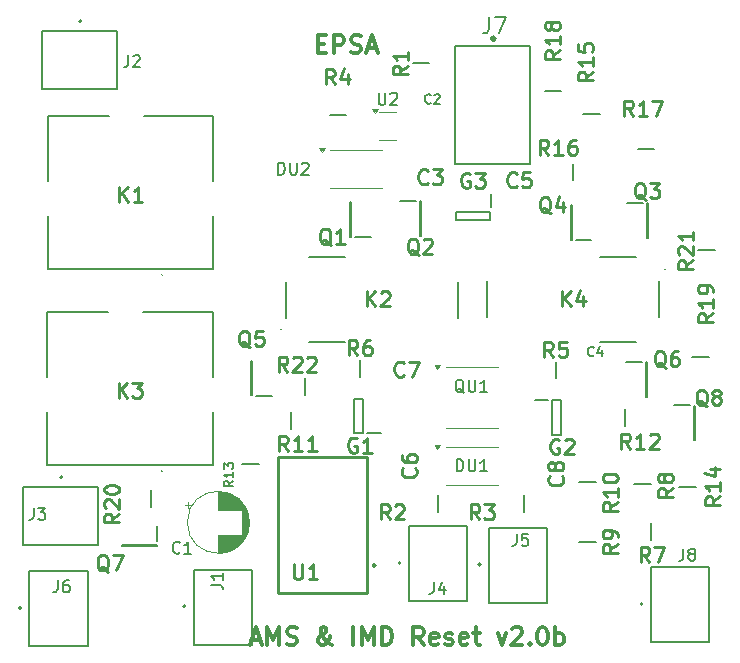
<source format=gbr>
%TF.GenerationSoftware,KiCad,Pcbnew,8.0.2*%
%TF.CreationDate,2024-09-03T17:09:07+02:00*%
%TF.ProjectId,AMS_IMD_Reset,414d535f-494d-4445-9f52-657365742e6b,rev?*%
%TF.SameCoordinates,Original*%
%TF.FileFunction,Legend,Top*%
%TF.FilePolarity,Positive*%
%FSLAX46Y46*%
G04 Gerber Fmt 4.6, Leading zero omitted, Abs format (unit mm)*
G04 Created by KiCad (PCBNEW 8.0.2) date 2024-09-03 17:09:07*
%MOMM*%
%LPD*%
G01*
G04 APERTURE LIST*
%ADD10C,0.300000*%
%ADD11C,0.254000*%
%ADD12C,0.150000*%
%ADD13C,0.200000*%
%ADD14C,0.120000*%
%ADD15C,0.127000*%
%ADD16C,0.100000*%
%ADD17C,0.053000*%
G04 APERTURE END LIST*
D10*
X164488347Y-119972257D02*
X165202633Y-119972257D01*
X164345490Y-120400828D02*
X164845490Y-118900828D01*
X164845490Y-118900828D02*
X165345490Y-120400828D01*
X165845489Y-120400828D02*
X165845489Y-118900828D01*
X165845489Y-118900828D02*
X166345489Y-119972257D01*
X166345489Y-119972257D02*
X166845489Y-118900828D01*
X166845489Y-118900828D02*
X166845489Y-120400828D01*
X167488347Y-120329400D02*
X167702633Y-120400828D01*
X167702633Y-120400828D02*
X168059775Y-120400828D01*
X168059775Y-120400828D02*
X168202633Y-120329400D01*
X168202633Y-120329400D02*
X168274061Y-120257971D01*
X168274061Y-120257971D02*
X168345490Y-120115114D01*
X168345490Y-120115114D02*
X168345490Y-119972257D01*
X168345490Y-119972257D02*
X168274061Y-119829400D01*
X168274061Y-119829400D02*
X168202633Y-119757971D01*
X168202633Y-119757971D02*
X168059775Y-119686542D01*
X168059775Y-119686542D02*
X167774061Y-119615114D01*
X167774061Y-119615114D02*
X167631204Y-119543685D01*
X167631204Y-119543685D02*
X167559775Y-119472257D01*
X167559775Y-119472257D02*
X167488347Y-119329400D01*
X167488347Y-119329400D02*
X167488347Y-119186542D01*
X167488347Y-119186542D02*
X167559775Y-119043685D01*
X167559775Y-119043685D02*
X167631204Y-118972257D01*
X167631204Y-118972257D02*
X167774061Y-118900828D01*
X167774061Y-118900828D02*
X168131204Y-118900828D01*
X168131204Y-118900828D02*
X168345490Y-118972257D01*
X171345489Y-120400828D02*
X171274061Y-120400828D01*
X171274061Y-120400828D02*
X171131203Y-120329400D01*
X171131203Y-120329400D02*
X170916918Y-120115114D01*
X170916918Y-120115114D02*
X170559775Y-119686542D01*
X170559775Y-119686542D02*
X170416918Y-119472257D01*
X170416918Y-119472257D02*
X170345489Y-119257971D01*
X170345489Y-119257971D02*
X170345489Y-119115114D01*
X170345489Y-119115114D02*
X170416918Y-118972257D01*
X170416918Y-118972257D02*
X170559775Y-118900828D01*
X170559775Y-118900828D02*
X170631203Y-118900828D01*
X170631203Y-118900828D02*
X170774061Y-118972257D01*
X170774061Y-118972257D02*
X170845489Y-119115114D01*
X170845489Y-119115114D02*
X170845489Y-119186542D01*
X170845489Y-119186542D02*
X170774061Y-119329400D01*
X170774061Y-119329400D02*
X170702632Y-119400828D01*
X170702632Y-119400828D02*
X170274061Y-119686542D01*
X170274061Y-119686542D02*
X170202632Y-119757971D01*
X170202632Y-119757971D02*
X170131203Y-119900828D01*
X170131203Y-119900828D02*
X170131203Y-120115114D01*
X170131203Y-120115114D02*
X170202632Y-120257971D01*
X170202632Y-120257971D02*
X170274061Y-120329400D01*
X170274061Y-120329400D02*
X170416918Y-120400828D01*
X170416918Y-120400828D02*
X170631203Y-120400828D01*
X170631203Y-120400828D02*
X170774061Y-120329400D01*
X170774061Y-120329400D02*
X170845489Y-120257971D01*
X170845489Y-120257971D02*
X171059775Y-119972257D01*
X171059775Y-119972257D02*
X171131203Y-119757971D01*
X171131203Y-119757971D02*
X171131203Y-119615114D01*
X173131203Y-120400828D02*
X173131203Y-118900828D01*
X173845489Y-120400828D02*
X173845489Y-118900828D01*
X173845489Y-118900828D02*
X174345489Y-119972257D01*
X174345489Y-119972257D02*
X174845489Y-118900828D01*
X174845489Y-118900828D02*
X174845489Y-120400828D01*
X175559775Y-120400828D02*
X175559775Y-118900828D01*
X175559775Y-118900828D02*
X175916918Y-118900828D01*
X175916918Y-118900828D02*
X176131204Y-118972257D01*
X176131204Y-118972257D02*
X176274061Y-119115114D01*
X176274061Y-119115114D02*
X176345490Y-119257971D01*
X176345490Y-119257971D02*
X176416918Y-119543685D01*
X176416918Y-119543685D02*
X176416918Y-119757971D01*
X176416918Y-119757971D02*
X176345490Y-120043685D01*
X176345490Y-120043685D02*
X176274061Y-120186542D01*
X176274061Y-120186542D02*
X176131204Y-120329400D01*
X176131204Y-120329400D02*
X175916918Y-120400828D01*
X175916918Y-120400828D02*
X175559775Y-120400828D01*
X179059775Y-120400828D02*
X178559775Y-119686542D01*
X178202632Y-120400828D02*
X178202632Y-118900828D01*
X178202632Y-118900828D02*
X178774061Y-118900828D01*
X178774061Y-118900828D02*
X178916918Y-118972257D01*
X178916918Y-118972257D02*
X178988347Y-119043685D01*
X178988347Y-119043685D02*
X179059775Y-119186542D01*
X179059775Y-119186542D02*
X179059775Y-119400828D01*
X179059775Y-119400828D02*
X178988347Y-119543685D01*
X178988347Y-119543685D02*
X178916918Y-119615114D01*
X178916918Y-119615114D02*
X178774061Y-119686542D01*
X178774061Y-119686542D02*
X178202632Y-119686542D01*
X180274061Y-120329400D02*
X180131204Y-120400828D01*
X180131204Y-120400828D02*
X179845490Y-120400828D01*
X179845490Y-120400828D02*
X179702632Y-120329400D01*
X179702632Y-120329400D02*
X179631204Y-120186542D01*
X179631204Y-120186542D02*
X179631204Y-119615114D01*
X179631204Y-119615114D02*
X179702632Y-119472257D01*
X179702632Y-119472257D02*
X179845490Y-119400828D01*
X179845490Y-119400828D02*
X180131204Y-119400828D01*
X180131204Y-119400828D02*
X180274061Y-119472257D01*
X180274061Y-119472257D02*
X180345490Y-119615114D01*
X180345490Y-119615114D02*
X180345490Y-119757971D01*
X180345490Y-119757971D02*
X179631204Y-119900828D01*
X180916918Y-120329400D02*
X181059775Y-120400828D01*
X181059775Y-120400828D02*
X181345489Y-120400828D01*
X181345489Y-120400828D02*
X181488346Y-120329400D01*
X181488346Y-120329400D02*
X181559775Y-120186542D01*
X181559775Y-120186542D02*
X181559775Y-120115114D01*
X181559775Y-120115114D02*
X181488346Y-119972257D01*
X181488346Y-119972257D02*
X181345489Y-119900828D01*
X181345489Y-119900828D02*
X181131204Y-119900828D01*
X181131204Y-119900828D02*
X180988346Y-119829400D01*
X180988346Y-119829400D02*
X180916918Y-119686542D01*
X180916918Y-119686542D02*
X180916918Y-119615114D01*
X180916918Y-119615114D02*
X180988346Y-119472257D01*
X180988346Y-119472257D02*
X181131204Y-119400828D01*
X181131204Y-119400828D02*
X181345489Y-119400828D01*
X181345489Y-119400828D02*
X181488346Y-119472257D01*
X182774061Y-120329400D02*
X182631204Y-120400828D01*
X182631204Y-120400828D02*
X182345490Y-120400828D01*
X182345490Y-120400828D02*
X182202632Y-120329400D01*
X182202632Y-120329400D02*
X182131204Y-120186542D01*
X182131204Y-120186542D02*
X182131204Y-119615114D01*
X182131204Y-119615114D02*
X182202632Y-119472257D01*
X182202632Y-119472257D02*
X182345490Y-119400828D01*
X182345490Y-119400828D02*
X182631204Y-119400828D01*
X182631204Y-119400828D02*
X182774061Y-119472257D01*
X182774061Y-119472257D02*
X182845490Y-119615114D01*
X182845490Y-119615114D02*
X182845490Y-119757971D01*
X182845490Y-119757971D02*
X182131204Y-119900828D01*
X183274061Y-119400828D02*
X183845489Y-119400828D01*
X183488346Y-118900828D02*
X183488346Y-120186542D01*
X183488346Y-120186542D02*
X183559775Y-120329400D01*
X183559775Y-120329400D02*
X183702632Y-120400828D01*
X183702632Y-120400828D02*
X183845489Y-120400828D01*
X185345489Y-119400828D02*
X185702632Y-120400828D01*
X185702632Y-120400828D02*
X186059775Y-119400828D01*
X186559775Y-119043685D02*
X186631203Y-118972257D01*
X186631203Y-118972257D02*
X186774061Y-118900828D01*
X186774061Y-118900828D02*
X187131203Y-118900828D01*
X187131203Y-118900828D02*
X187274061Y-118972257D01*
X187274061Y-118972257D02*
X187345489Y-119043685D01*
X187345489Y-119043685D02*
X187416918Y-119186542D01*
X187416918Y-119186542D02*
X187416918Y-119329400D01*
X187416918Y-119329400D02*
X187345489Y-119543685D01*
X187345489Y-119543685D02*
X186488346Y-120400828D01*
X186488346Y-120400828D02*
X187416918Y-120400828D01*
X188059774Y-120257971D02*
X188131203Y-120329400D01*
X188131203Y-120329400D02*
X188059774Y-120400828D01*
X188059774Y-120400828D02*
X187988346Y-120329400D01*
X187988346Y-120329400D02*
X188059774Y-120257971D01*
X188059774Y-120257971D02*
X188059774Y-120400828D01*
X189059775Y-118900828D02*
X189202632Y-118900828D01*
X189202632Y-118900828D02*
X189345489Y-118972257D01*
X189345489Y-118972257D02*
X189416918Y-119043685D01*
X189416918Y-119043685D02*
X189488346Y-119186542D01*
X189488346Y-119186542D02*
X189559775Y-119472257D01*
X189559775Y-119472257D02*
X189559775Y-119829400D01*
X189559775Y-119829400D02*
X189488346Y-120115114D01*
X189488346Y-120115114D02*
X189416918Y-120257971D01*
X189416918Y-120257971D02*
X189345489Y-120329400D01*
X189345489Y-120329400D02*
X189202632Y-120400828D01*
X189202632Y-120400828D02*
X189059775Y-120400828D01*
X189059775Y-120400828D02*
X188916918Y-120329400D01*
X188916918Y-120329400D02*
X188845489Y-120257971D01*
X188845489Y-120257971D02*
X188774060Y-120115114D01*
X188774060Y-120115114D02*
X188702632Y-119829400D01*
X188702632Y-119829400D02*
X188702632Y-119472257D01*
X188702632Y-119472257D02*
X188774060Y-119186542D01*
X188774060Y-119186542D02*
X188845489Y-119043685D01*
X188845489Y-119043685D02*
X188916918Y-118972257D01*
X188916918Y-118972257D02*
X189059775Y-118900828D01*
X190202631Y-120400828D02*
X190202631Y-118900828D01*
X190202631Y-119472257D02*
X190345489Y-119400828D01*
X190345489Y-119400828D02*
X190631203Y-119400828D01*
X190631203Y-119400828D02*
X190774060Y-119472257D01*
X190774060Y-119472257D02*
X190845489Y-119543685D01*
X190845489Y-119543685D02*
X190916917Y-119686542D01*
X190916917Y-119686542D02*
X190916917Y-120115114D01*
X190916917Y-120115114D02*
X190845489Y-120257971D01*
X190845489Y-120257971D02*
X190774060Y-120329400D01*
X190774060Y-120329400D02*
X190631203Y-120400828D01*
X190631203Y-120400828D02*
X190345489Y-120400828D01*
X190345489Y-120400828D02*
X190202631Y-120329400D01*
X170124910Y-69500114D02*
X170624910Y-69500114D01*
X170839196Y-70285828D02*
X170124910Y-70285828D01*
X170124910Y-70285828D02*
X170124910Y-68785828D01*
X170124910Y-68785828D02*
X170839196Y-68785828D01*
X171482053Y-70285828D02*
X171482053Y-68785828D01*
X171482053Y-68785828D02*
X172053482Y-68785828D01*
X172053482Y-68785828D02*
X172196339Y-68857257D01*
X172196339Y-68857257D02*
X172267768Y-68928685D01*
X172267768Y-68928685D02*
X172339196Y-69071542D01*
X172339196Y-69071542D02*
X172339196Y-69285828D01*
X172339196Y-69285828D02*
X172267768Y-69428685D01*
X172267768Y-69428685D02*
X172196339Y-69500114D01*
X172196339Y-69500114D02*
X172053482Y-69571542D01*
X172053482Y-69571542D02*
X171482053Y-69571542D01*
X172910625Y-70214400D02*
X173124911Y-70285828D01*
X173124911Y-70285828D02*
X173482053Y-70285828D01*
X173482053Y-70285828D02*
X173624911Y-70214400D01*
X173624911Y-70214400D02*
X173696339Y-70142971D01*
X173696339Y-70142971D02*
X173767768Y-70000114D01*
X173767768Y-70000114D02*
X173767768Y-69857257D01*
X173767768Y-69857257D02*
X173696339Y-69714400D01*
X173696339Y-69714400D02*
X173624911Y-69642971D01*
X173624911Y-69642971D02*
X173482053Y-69571542D01*
X173482053Y-69571542D02*
X173196339Y-69500114D01*
X173196339Y-69500114D02*
X173053482Y-69428685D01*
X173053482Y-69428685D02*
X172982053Y-69357257D01*
X172982053Y-69357257D02*
X172910625Y-69214400D01*
X172910625Y-69214400D02*
X172910625Y-69071542D01*
X172910625Y-69071542D02*
X172982053Y-68928685D01*
X172982053Y-68928685D02*
X173053482Y-68857257D01*
X173053482Y-68857257D02*
X173196339Y-68785828D01*
X173196339Y-68785828D02*
X173553482Y-68785828D01*
X173553482Y-68785828D02*
X173767768Y-68857257D01*
X174339196Y-69857257D02*
X175053482Y-69857257D01*
X174196339Y-70285828D02*
X174696339Y-68785828D01*
X174696339Y-68785828D02*
X175196339Y-70285828D01*
D11*
X190617118Y-70031428D02*
X190012356Y-70454762D01*
X190617118Y-70757143D02*
X189347118Y-70757143D01*
X189347118Y-70757143D02*
X189347118Y-70273333D01*
X189347118Y-70273333D02*
X189407594Y-70152381D01*
X189407594Y-70152381D02*
X189468070Y-70091904D01*
X189468070Y-70091904D02*
X189589022Y-70031428D01*
X189589022Y-70031428D02*
X189770451Y-70031428D01*
X189770451Y-70031428D02*
X189891403Y-70091904D01*
X189891403Y-70091904D02*
X189951880Y-70152381D01*
X189951880Y-70152381D02*
X190012356Y-70273333D01*
X190012356Y-70273333D02*
X190012356Y-70757143D01*
X190617118Y-68821904D02*
X190617118Y-69547619D01*
X190617118Y-69184762D02*
X189347118Y-69184762D01*
X189347118Y-69184762D02*
X189528546Y-69305714D01*
X189528546Y-69305714D02*
X189649499Y-69426666D01*
X189649499Y-69426666D02*
X189709975Y-69547619D01*
X189891403Y-68096190D02*
X189830927Y-68217142D01*
X189830927Y-68217142D02*
X189770451Y-68277619D01*
X189770451Y-68277619D02*
X189649499Y-68338095D01*
X189649499Y-68338095D02*
X189589022Y-68338095D01*
X189589022Y-68338095D02*
X189468070Y-68277619D01*
X189468070Y-68277619D02*
X189407594Y-68217142D01*
X189407594Y-68217142D02*
X189347118Y-68096190D01*
X189347118Y-68096190D02*
X189347118Y-67854285D01*
X189347118Y-67854285D02*
X189407594Y-67733333D01*
X189407594Y-67733333D02*
X189468070Y-67672857D01*
X189468070Y-67672857D02*
X189589022Y-67612380D01*
X189589022Y-67612380D02*
X189649499Y-67612380D01*
X189649499Y-67612380D02*
X189770451Y-67672857D01*
X189770451Y-67672857D02*
X189830927Y-67733333D01*
X189830927Y-67733333D02*
X189891403Y-67854285D01*
X189891403Y-67854285D02*
X189891403Y-68096190D01*
X189891403Y-68096190D02*
X189951880Y-68217142D01*
X189951880Y-68217142D02*
X190012356Y-68277619D01*
X190012356Y-68277619D02*
X190133308Y-68338095D01*
X190133308Y-68338095D02*
X190375213Y-68338095D01*
X190375213Y-68338095D02*
X190496165Y-68277619D01*
X190496165Y-68277619D02*
X190556642Y-68217142D01*
X190556642Y-68217142D02*
X190617118Y-68096190D01*
X190617118Y-68096190D02*
X190617118Y-67854285D01*
X190617118Y-67854285D02*
X190556642Y-67733333D01*
X190556642Y-67733333D02*
X190496165Y-67672857D01*
X190496165Y-67672857D02*
X190375213Y-67612380D01*
X190375213Y-67612380D02*
X190133308Y-67612380D01*
X190133308Y-67612380D02*
X190012356Y-67672857D01*
X190012356Y-67672857D02*
X189951880Y-67733333D01*
X189951880Y-67733333D02*
X189891403Y-67854285D01*
X204174318Y-107816428D02*
X203569556Y-108239762D01*
X204174318Y-108542143D02*
X202904318Y-108542143D01*
X202904318Y-108542143D02*
X202904318Y-108058333D01*
X202904318Y-108058333D02*
X202964794Y-107937381D01*
X202964794Y-107937381D02*
X203025270Y-107876904D01*
X203025270Y-107876904D02*
X203146222Y-107816428D01*
X203146222Y-107816428D02*
X203327651Y-107816428D01*
X203327651Y-107816428D02*
X203448603Y-107876904D01*
X203448603Y-107876904D02*
X203509080Y-107937381D01*
X203509080Y-107937381D02*
X203569556Y-108058333D01*
X203569556Y-108058333D02*
X203569556Y-108542143D01*
X204174318Y-106606904D02*
X204174318Y-107332619D01*
X204174318Y-106969762D02*
X202904318Y-106969762D01*
X202904318Y-106969762D02*
X203085746Y-107090714D01*
X203085746Y-107090714D02*
X203206699Y-107211666D01*
X203206699Y-107211666D02*
X203267175Y-107332619D01*
X203327651Y-105518333D02*
X204174318Y-105518333D01*
X202843842Y-105820714D02*
X203750984Y-106123095D01*
X203750984Y-106123095D02*
X203750984Y-105336904D01*
X195493918Y-111858165D02*
X194889156Y-112281499D01*
X195493918Y-112583880D02*
X194223918Y-112583880D01*
X194223918Y-112583880D02*
X194223918Y-112100070D01*
X194223918Y-112100070D02*
X194284394Y-111979118D01*
X194284394Y-111979118D02*
X194344870Y-111918641D01*
X194344870Y-111918641D02*
X194465822Y-111858165D01*
X194465822Y-111858165D02*
X194647251Y-111858165D01*
X194647251Y-111858165D02*
X194768203Y-111918641D01*
X194768203Y-111918641D02*
X194828680Y-111979118D01*
X194828680Y-111979118D02*
X194889156Y-112100070D01*
X194889156Y-112100070D02*
X194889156Y-112583880D01*
X195493918Y-111253403D02*
X195493918Y-111011499D01*
X195493918Y-111011499D02*
X195433442Y-110890546D01*
X195433442Y-110890546D02*
X195372965Y-110830070D01*
X195372965Y-110830070D02*
X195191537Y-110709118D01*
X195191537Y-110709118D02*
X194949632Y-110648641D01*
X194949632Y-110648641D02*
X194465822Y-110648641D01*
X194465822Y-110648641D02*
X194344870Y-110709118D01*
X194344870Y-110709118D02*
X194284394Y-110769594D01*
X194284394Y-110769594D02*
X194223918Y-110890546D01*
X194223918Y-110890546D02*
X194223918Y-111132451D01*
X194223918Y-111132451D02*
X194284394Y-111253403D01*
X194284394Y-111253403D02*
X194344870Y-111313880D01*
X194344870Y-111313880D02*
X194465822Y-111374356D01*
X194465822Y-111374356D02*
X194768203Y-111374356D01*
X194768203Y-111374356D02*
X194889156Y-111313880D01*
X194889156Y-111313880D02*
X194949632Y-111253403D01*
X194949632Y-111253403D02*
X195010108Y-111132451D01*
X195010108Y-111132451D02*
X195010108Y-110890546D01*
X195010108Y-110890546D02*
X194949632Y-110769594D01*
X194949632Y-110769594D02*
X194889156Y-110709118D01*
X194889156Y-110709118D02*
X194768203Y-110648641D01*
D12*
X175260095Y-73658819D02*
X175260095Y-74468342D01*
X175260095Y-74468342D02*
X175307714Y-74563580D01*
X175307714Y-74563580D02*
X175355333Y-74611200D01*
X175355333Y-74611200D02*
X175450571Y-74658819D01*
X175450571Y-74658819D02*
X175641047Y-74658819D01*
X175641047Y-74658819D02*
X175736285Y-74611200D01*
X175736285Y-74611200D02*
X175783904Y-74563580D01*
X175783904Y-74563580D02*
X175831523Y-74468342D01*
X175831523Y-74468342D02*
X175831523Y-73658819D01*
X176260095Y-73754057D02*
X176307714Y-73706438D01*
X176307714Y-73706438D02*
X176402952Y-73658819D01*
X176402952Y-73658819D02*
X176641047Y-73658819D01*
X176641047Y-73658819D02*
X176736285Y-73706438D01*
X176736285Y-73706438D02*
X176783904Y-73754057D01*
X176783904Y-73754057D02*
X176831523Y-73849295D01*
X176831523Y-73849295D02*
X176831523Y-73944533D01*
X176831523Y-73944533D02*
X176783904Y-74087390D01*
X176783904Y-74087390D02*
X176212476Y-74658819D01*
X176212476Y-74658819D02*
X176831523Y-74658819D01*
D11*
X152379047Y-114195270D02*
X152258095Y-114134794D01*
X152258095Y-114134794D02*
X152137142Y-114013842D01*
X152137142Y-114013842D02*
X151955714Y-113832413D01*
X151955714Y-113832413D02*
X151834761Y-113771937D01*
X151834761Y-113771937D02*
X151713809Y-113771937D01*
X151774285Y-114074318D02*
X151653333Y-114013842D01*
X151653333Y-114013842D02*
X151532380Y-113892889D01*
X151532380Y-113892889D02*
X151471904Y-113650984D01*
X151471904Y-113650984D02*
X151471904Y-113227651D01*
X151471904Y-113227651D02*
X151532380Y-112985746D01*
X151532380Y-112985746D02*
X151653333Y-112864794D01*
X151653333Y-112864794D02*
X151774285Y-112804318D01*
X151774285Y-112804318D02*
X152016190Y-112804318D01*
X152016190Y-112804318D02*
X152137142Y-112864794D01*
X152137142Y-112864794D02*
X152258095Y-112985746D01*
X152258095Y-112985746D02*
X152318571Y-113227651D01*
X152318571Y-113227651D02*
X152318571Y-113650984D01*
X152318571Y-113650984D02*
X152258095Y-113892889D01*
X152258095Y-113892889D02*
X152137142Y-114013842D01*
X152137142Y-114013842D02*
X152016190Y-114074318D01*
X152016190Y-114074318D02*
X151774285Y-114074318D01*
X152741904Y-112804318D02*
X153588571Y-112804318D01*
X153588571Y-112804318D02*
X153044285Y-114074318D01*
D12*
X201066666Y-112254819D02*
X201066666Y-112969104D01*
X201066666Y-112969104D02*
X201019047Y-113111961D01*
X201019047Y-113111961D02*
X200923809Y-113207200D01*
X200923809Y-113207200D02*
X200780952Y-113254819D01*
X200780952Y-113254819D02*
X200685714Y-113254819D01*
X201685714Y-112683390D02*
X201590476Y-112635771D01*
X201590476Y-112635771D02*
X201542857Y-112588152D01*
X201542857Y-112588152D02*
X201495238Y-112492914D01*
X201495238Y-112492914D02*
X201495238Y-112445295D01*
X201495238Y-112445295D02*
X201542857Y-112350057D01*
X201542857Y-112350057D02*
X201590476Y-112302438D01*
X201590476Y-112302438D02*
X201685714Y-112254819D01*
X201685714Y-112254819D02*
X201876190Y-112254819D01*
X201876190Y-112254819D02*
X201971428Y-112302438D01*
X201971428Y-112302438D02*
X202019047Y-112350057D01*
X202019047Y-112350057D02*
X202066666Y-112445295D01*
X202066666Y-112445295D02*
X202066666Y-112492914D01*
X202066666Y-112492914D02*
X202019047Y-112588152D01*
X202019047Y-112588152D02*
X201971428Y-112635771D01*
X201971428Y-112635771D02*
X201876190Y-112683390D01*
X201876190Y-112683390D02*
X201685714Y-112683390D01*
X201685714Y-112683390D02*
X201590476Y-112731009D01*
X201590476Y-112731009D02*
X201542857Y-112778628D01*
X201542857Y-112778628D02*
X201495238Y-112873866D01*
X201495238Y-112873866D02*
X201495238Y-113064342D01*
X201495238Y-113064342D02*
X201542857Y-113159580D01*
X201542857Y-113159580D02*
X201590476Y-113207200D01*
X201590476Y-113207200D02*
X201685714Y-113254819D01*
X201685714Y-113254819D02*
X201876190Y-113254819D01*
X201876190Y-113254819D02*
X201971428Y-113207200D01*
X201971428Y-113207200D02*
X202019047Y-113159580D01*
X202019047Y-113159580D02*
X202066666Y-113064342D01*
X202066666Y-113064342D02*
X202066666Y-112873866D01*
X202066666Y-112873866D02*
X202019047Y-112778628D01*
X202019047Y-112778628D02*
X201971428Y-112731009D01*
X201971428Y-112731009D02*
X201876190Y-112683390D01*
X182489552Y-99050057D02*
X182394314Y-99002438D01*
X182394314Y-99002438D02*
X182299076Y-98907200D01*
X182299076Y-98907200D02*
X182156219Y-98764342D01*
X182156219Y-98764342D02*
X182060981Y-98716723D01*
X182060981Y-98716723D02*
X181965743Y-98716723D01*
X182013362Y-98954819D02*
X181918124Y-98907200D01*
X181918124Y-98907200D02*
X181822886Y-98811961D01*
X181822886Y-98811961D02*
X181775267Y-98621485D01*
X181775267Y-98621485D02*
X181775267Y-98288152D01*
X181775267Y-98288152D02*
X181822886Y-98097676D01*
X181822886Y-98097676D02*
X181918124Y-98002438D01*
X181918124Y-98002438D02*
X182013362Y-97954819D01*
X182013362Y-97954819D02*
X182203838Y-97954819D01*
X182203838Y-97954819D02*
X182299076Y-98002438D01*
X182299076Y-98002438D02*
X182394314Y-98097676D01*
X182394314Y-98097676D02*
X182441933Y-98288152D01*
X182441933Y-98288152D02*
X182441933Y-98621485D01*
X182441933Y-98621485D02*
X182394314Y-98811961D01*
X182394314Y-98811961D02*
X182299076Y-98907200D01*
X182299076Y-98907200D02*
X182203838Y-98954819D01*
X182203838Y-98954819D02*
X182013362Y-98954819D01*
X182870505Y-97954819D02*
X182870505Y-98764342D01*
X182870505Y-98764342D02*
X182918124Y-98859580D01*
X182918124Y-98859580D02*
X182965743Y-98907200D01*
X182965743Y-98907200D02*
X183060981Y-98954819D01*
X183060981Y-98954819D02*
X183251457Y-98954819D01*
X183251457Y-98954819D02*
X183346695Y-98907200D01*
X183346695Y-98907200D02*
X183394314Y-98859580D01*
X183394314Y-98859580D02*
X183441933Y-98764342D01*
X183441933Y-98764342D02*
X183441933Y-97954819D01*
X184441933Y-98954819D02*
X183870505Y-98954819D01*
X184156219Y-98954819D02*
X184156219Y-97954819D01*
X184156219Y-97954819D02*
X184060981Y-98097676D01*
X184060981Y-98097676D02*
X183965743Y-98192914D01*
X183965743Y-98192914D02*
X183870505Y-98240533D01*
X179930466Y-115075619D02*
X179930466Y-115789904D01*
X179930466Y-115789904D02*
X179882847Y-115932761D01*
X179882847Y-115932761D02*
X179787609Y-116028000D01*
X179787609Y-116028000D02*
X179644752Y-116075619D01*
X179644752Y-116075619D02*
X179549514Y-116075619D01*
X180835228Y-115408952D02*
X180835228Y-116075619D01*
X180597133Y-115028000D02*
X180359038Y-115742285D01*
X180359038Y-115742285D02*
X180978085Y-115742285D01*
D11*
X174262618Y-91709518D02*
X174262618Y-90439518D01*
X174988333Y-91709518D02*
X174444047Y-90983803D01*
X174988333Y-90439518D02*
X174262618Y-91165232D01*
X175472142Y-90560470D02*
X175532618Y-90499994D01*
X175532618Y-90499994D02*
X175653571Y-90439518D01*
X175653571Y-90439518D02*
X175955952Y-90439518D01*
X175955952Y-90439518D02*
X176076904Y-90499994D01*
X176076904Y-90499994D02*
X176137380Y-90560470D01*
X176137380Y-90560470D02*
X176197857Y-90681422D01*
X176197857Y-90681422D02*
X176197857Y-90802375D01*
X176197857Y-90802375D02*
X176137380Y-90983803D01*
X176137380Y-90983803D02*
X175411666Y-91709518D01*
X175411666Y-91709518D02*
X176197857Y-91709518D01*
X198188333Y-113374318D02*
X197764999Y-112769556D01*
X197462618Y-113374318D02*
X197462618Y-112104318D01*
X197462618Y-112104318D02*
X197946428Y-112104318D01*
X197946428Y-112104318D02*
X198067380Y-112164794D01*
X198067380Y-112164794D02*
X198127857Y-112225270D01*
X198127857Y-112225270D02*
X198188333Y-112346222D01*
X198188333Y-112346222D02*
X198188333Y-112527651D01*
X198188333Y-112527651D02*
X198127857Y-112648603D01*
X198127857Y-112648603D02*
X198067380Y-112709080D01*
X198067380Y-112709080D02*
X197946428Y-112769556D01*
X197946428Y-112769556D02*
X197462618Y-112769556D01*
X198611666Y-112104318D02*
X199458333Y-112104318D01*
X199458333Y-112104318D02*
X198914047Y-113374318D01*
D12*
X186946466Y-110994419D02*
X186946466Y-111708704D01*
X186946466Y-111708704D02*
X186898847Y-111851561D01*
X186898847Y-111851561D02*
X186803609Y-111946800D01*
X186803609Y-111946800D02*
X186660752Y-111994419D01*
X186660752Y-111994419D02*
X186565514Y-111994419D01*
X187898847Y-110994419D02*
X187422657Y-110994419D01*
X187422657Y-110994419D02*
X187375038Y-111470609D01*
X187375038Y-111470609D02*
X187422657Y-111422990D01*
X187422657Y-111422990D02*
X187517895Y-111375371D01*
X187517895Y-111375371D02*
X187755990Y-111375371D01*
X187755990Y-111375371D02*
X187851228Y-111422990D01*
X187851228Y-111422990D02*
X187898847Y-111470609D01*
X187898847Y-111470609D02*
X187946466Y-111565847D01*
X187946466Y-111565847D02*
X187946466Y-111803942D01*
X187946466Y-111803942D02*
X187898847Y-111899180D01*
X187898847Y-111899180D02*
X187851228Y-111946800D01*
X187851228Y-111946800D02*
X187755990Y-111994419D01*
X187755990Y-111994419D02*
X187517895Y-111994419D01*
X187517895Y-111994419D02*
X187422657Y-111946800D01*
X187422657Y-111946800D02*
X187375038Y-111899180D01*
D13*
X162959695Y-106514285D02*
X162578742Y-106780952D01*
X162959695Y-106971428D02*
X162159695Y-106971428D01*
X162159695Y-106971428D02*
X162159695Y-106666666D01*
X162159695Y-106666666D02*
X162197790Y-106590476D01*
X162197790Y-106590476D02*
X162235885Y-106552381D01*
X162235885Y-106552381D02*
X162312076Y-106514285D01*
X162312076Y-106514285D02*
X162426361Y-106514285D01*
X162426361Y-106514285D02*
X162502552Y-106552381D01*
X162502552Y-106552381D02*
X162540647Y-106590476D01*
X162540647Y-106590476D02*
X162578742Y-106666666D01*
X162578742Y-106666666D02*
X162578742Y-106971428D01*
X162959695Y-105752381D02*
X162959695Y-106209524D01*
X162959695Y-105980952D02*
X162159695Y-105980952D01*
X162159695Y-105980952D02*
X162273980Y-106057143D01*
X162273980Y-106057143D02*
X162350171Y-106133333D01*
X162350171Y-106133333D02*
X162388266Y-106209524D01*
X162159695Y-105485714D02*
X162159695Y-104990476D01*
X162159695Y-104990476D02*
X162464457Y-105257142D01*
X162464457Y-105257142D02*
X162464457Y-105142857D01*
X162464457Y-105142857D02*
X162502552Y-105066666D01*
X162502552Y-105066666D02*
X162540647Y-105028571D01*
X162540647Y-105028571D02*
X162616838Y-104990476D01*
X162616838Y-104990476D02*
X162807314Y-104990476D01*
X162807314Y-104990476D02*
X162883504Y-105028571D01*
X162883504Y-105028571D02*
X162921600Y-105066666D01*
X162921600Y-105066666D02*
X162959695Y-105142857D01*
X162959695Y-105142857D02*
X162959695Y-105371428D01*
X162959695Y-105371428D02*
X162921600Y-105447619D01*
X162921600Y-105447619D02*
X162883504Y-105485714D01*
D11*
X197879047Y-82686470D02*
X197758095Y-82625994D01*
X197758095Y-82625994D02*
X197637142Y-82505042D01*
X197637142Y-82505042D02*
X197455714Y-82323613D01*
X197455714Y-82323613D02*
X197334761Y-82263137D01*
X197334761Y-82263137D02*
X197213809Y-82263137D01*
X197274285Y-82565518D02*
X197153333Y-82505042D01*
X197153333Y-82505042D02*
X197032380Y-82384089D01*
X197032380Y-82384089D02*
X196971904Y-82142184D01*
X196971904Y-82142184D02*
X196971904Y-81718851D01*
X196971904Y-81718851D02*
X197032380Y-81476946D01*
X197032380Y-81476946D02*
X197153333Y-81355994D01*
X197153333Y-81355994D02*
X197274285Y-81295518D01*
X197274285Y-81295518D02*
X197516190Y-81295518D01*
X197516190Y-81295518D02*
X197637142Y-81355994D01*
X197637142Y-81355994D02*
X197758095Y-81476946D01*
X197758095Y-81476946D02*
X197818571Y-81718851D01*
X197818571Y-81718851D02*
X197818571Y-82142184D01*
X197818571Y-82142184D02*
X197758095Y-82384089D01*
X197758095Y-82384089D02*
X197637142Y-82505042D01*
X197637142Y-82505042D02*
X197516190Y-82565518D01*
X197516190Y-82565518D02*
X197274285Y-82565518D01*
X198241904Y-81295518D02*
X199028095Y-81295518D01*
X199028095Y-81295518D02*
X198604761Y-81779327D01*
X198604761Y-81779327D02*
X198786190Y-81779327D01*
X198786190Y-81779327D02*
X198907142Y-81839803D01*
X198907142Y-81839803D02*
X198967618Y-81900280D01*
X198967618Y-81900280D02*
X199028095Y-82021232D01*
X199028095Y-82021232D02*
X199028095Y-82323613D01*
X199028095Y-82323613D02*
X198967618Y-82444565D01*
X198967618Y-82444565D02*
X198907142Y-82505042D01*
X198907142Y-82505042D02*
X198786190Y-82565518D01*
X198786190Y-82565518D02*
X198423333Y-82565518D01*
X198423333Y-82565518D02*
X198302380Y-82505042D01*
X198302380Y-82505042D02*
X198241904Y-82444565D01*
X153263118Y-99452718D02*
X153263118Y-98182718D01*
X153988833Y-99452718D02*
X153444547Y-98727003D01*
X153988833Y-98182718D02*
X153263118Y-98908432D01*
X154412166Y-98182718D02*
X155198357Y-98182718D01*
X155198357Y-98182718D02*
X154775023Y-98666527D01*
X154775023Y-98666527D02*
X154956452Y-98666527D01*
X154956452Y-98666527D02*
X155077404Y-98727003D01*
X155077404Y-98727003D02*
X155137880Y-98787480D01*
X155137880Y-98787480D02*
X155198357Y-98908432D01*
X155198357Y-98908432D02*
X155198357Y-99210813D01*
X155198357Y-99210813D02*
X155137880Y-99331765D01*
X155137880Y-99331765D02*
X155077404Y-99392242D01*
X155077404Y-99392242D02*
X154956452Y-99452718D01*
X154956452Y-99452718D02*
X154593595Y-99452718D01*
X154593595Y-99452718D02*
X154472642Y-99392242D01*
X154472642Y-99392242D02*
X154412166Y-99331765D01*
X178644247Y-87385470D02*
X178523295Y-87324994D01*
X178523295Y-87324994D02*
X178402342Y-87204042D01*
X178402342Y-87204042D02*
X178220914Y-87022613D01*
X178220914Y-87022613D02*
X178099961Y-86962137D01*
X178099961Y-86962137D02*
X177979009Y-86962137D01*
X178039485Y-87264518D02*
X177918533Y-87204042D01*
X177918533Y-87204042D02*
X177797580Y-87083089D01*
X177797580Y-87083089D02*
X177737104Y-86841184D01*
X177737104Y-86841184D02*
X177737104Y-86417851D01*
X177737104Y-86417851D02*
X177797580Y-86175946D01*
X177797580Y-86175946D02*
X177918533Y-86054994D01*
X177918533Y-86054994D02*
X178039485Y-85994518D01*
X178039485Y-85994518D02*
X178281390Y-85994518D01*
X178281390Y-85994518D02*
X178402342Y-86054994D01*
X178402342Y-86054994D02*
X178523295Y-86175946D01*
X178523295Y-86175946D02*
X178583771Y-86417851D01*
X178583771Y-86417851D02*
X178583771Y-86841184D01*
X178583771Y-86841184D02*
X178523295Y-87083089D01*
X178523295Y-87083089D02*
X178402342Y-87204042D01*
X178402342Y-87204042D02*
X178281390Y-87264518D01*
X178281390Y-87264518D02*
X178039485Y-87264518D01*
X179067580Y-86115470D02*
X179128056Y-86054994D01*
X179128056Y-86054994D02*
X179249009Y-85994518D01*
X179249009Y-85994518D02*
X179551390Y-85994518D01*
X179551390Y-85994518D02*
X179672342Y-86054994D01*
X179672342Y-86054994D02*
X179732818Y-86115470D01*
X179732818Y-86115470D02*
X179793295Y-86236422D01*
X179793295Y-86236422D02*
X179793295Y-86357375D01*
X179793295Y-86357375D02*
X179732818Y-86538803D01*
X179732818Y-86538803D02*
X179007104Y-87264518D01*
X179007104Y-87264518D02*
X179793295Y-87264518D01*
X176188333Y-109774318D02*
X175764999Y-109169556D01*
X175462618Y-109774318D02*
X175462618Y-108504318D01*
X175462618Y-108504318D02*
X175946428Y-108504318D01*
X175946428Y-108504318D02*
X176067380Y-108564794D01*
X176067380Y-108564794D02*
X176127857Y-108625270D01*
X176127857Y-108625270D02*
X176188333Y-108746222D01*
X176188333Y-108746222D02*
X176188333Y-108927651D01*
X176188333Y-108927651D02*
X176127857Y-109048603D01*
X176127857Y-109048603D02*
X176067380Y-109109080D01*
X176067380Y-109109080D02*
X175946428Y-109169556D01*
X175946428Y-109169556D02*
X175462618Y-109169556D01*
X176672142Y-108625270D02*
X176732618Y-108564794D01*
X176732618Y-108564794D02*
X176853571Y-108504318D01*
X176853571Y-108504318D02*
X177155952Y-108504318D01*
X177155952Y-108504318D02*
X177276904Y-108564794D01*
X177276904Y-108564794D02*
X177337380Y-108625270D01*
X177337380Y-108625270D02*
X177397857Y-108746222D01*
X177397857Y-108746222D02*
X177397857Y-108867175D01*
X177397857Y-108867175D02*
X177337380Y-109048603D01*
X177337380Y-109048603D02*
X176611666Y-109774318D01*
X176611666Y-109774318D02*
X177397857Y-109774318D01*
D12*
X193466667Y-95886104D02*
X193428571Y-95924200D01*
X193428571Y-95924200D02*
X193314286Y-95962295D01*
X193314286Y-95962295D02*
X193238095Y-95962295D01*
X193238095Y-95962295D02*
X193123809Y-95924200D01*
X193123809Y-95924200D02*
X193047619Y-95848009D01*
X193047619Y-95848009D02*
X193009524Y-95771819D01*
X193009524Y-95771819D02*
X192971428Y-95619438D01*
X192971428Y-95619438D02*
X192971428Y-95505152D01*
X192971428Y-95505152D02*
X193009524Y-95352771D01*
X193009524Y-95352771D02*
X193047619Y-95276580D01*
X193047619Y-95276580D02*
X193123809Y-95200390D01*
X193123809Y-95200390D02*
X193238095Y-95162295D01*
X193238095Y-95162295D02*
X193314286Y-95162295D01*
X193314286Y-95162295D02*
X193428571Y-95200390D01*
X193428571Y-95200390D02*
X193466667Y-95238485D01*
X194152381Y-95428961D02*
X194152381Y-95962295D01*
X193961905Y-95124200D02*
X193771428Y-95695628D01*
X193771428Y-95695628D02*
X194266667Y-95695628D01*
D11*
X173461632Y-95874947D02*
X173038298Y-95270185D01*
X172735917Y-95874947D02*
X172735917Y-94604947D01*
X172735917Y-94604947D02*
X173219727Y-94604947D01*
X173219727Y-94604947D02*
X173340679Y-94665423D01*
X173340679Y-94665423D02*
X173401156Y-94725899D01*
X173401156Y-94725899D02*
X173461632Y-94846851D01*
X173461632Y-94846851D02*
X173461632Y-95028280D01*
X173461632Y-95028280D02*
X173401156Y-95149232D01*
X173401156Y-95149232D02*
X173340679Y-95209709D01*
X173340679Y-95209709D02*
X173219727Y-95270185D01*
X173219727Y-95270185D02*
X172735917Y-95270185D01*
X174550203Y-94604947D02*
X174308298Y-94604947D01*
X174308298Y-94604947D02*
X174187346Y-94665423D01*
X174187346Y-94665423D02*
X174126870Y-94725899D01*
X174126870Y-94725899D02*
X174005917Y-94907328D01*
X174005917Y-94907328D02*
X173945441Y-95149232D01*
X173945441Y-95149232D02*
X173945441Y-95633042D01*
X173945441Y-95633042D02*
X174005917Y-95753994D01*
X174005917Y-95753994D02*
X174066394Y-95814471D01*
X174066394Y-95814471D02*
X174187346Y-95874947D01*
X174187346Y-95874947D02*
X174429251Y-95874947D01*
X174429251Y-95874947D02*
X174550203Y-95814471D01*
X174550203Y-95814471D02*
X174610679Y-95753994D01*
X174610679Y-95753994D02*
X174671156Y-95633042D01*
X174671156Y-95633042D02*
X174671156Y-95330661D01*
X174671156Y-95330661D02*
X174610679Y-95209709D01*
X174610679Y-95209709D02*
X174550203Y-95149232D01*
X174550203Y-95149232D02*
X174429251Y-95088756D01*
X174429251Y-95088756D02*
X174187346Y-95088756D01*
X174187346Y-95088756D02*
X174066394Y-95149232D01*
X174066394Y-95149232D02*
X174005917Y-95209709D01*
X174005917Y-95209709D02*
X173945441Y-95330661D01*
X171543133Y-72913518D02*
X171119799Y-72308756D01*
X170817418Y-72913518D02*
X170817418Y-71643518D01*
X170817418Y-71643518D02*
X171301228Y-71643518D01*
X171301228Y-71643518D02*
X171422180Y-71703994D01*
X171422180Y-71703994D02*
X171482657Y-71764470D01*
X171482657Y-71764470D02*
X171543133Y-71885422D01*
X171543133Y-71885422D02*
X171543133Y-72066851D01*
X171543133Y-72066851D02*
X171482657Y-72187803D01*
X171482657Y-72187803D02*
X171422180Y-72248280D01*
X171422180Y-72248280D02*
X171301228Y-72308756D01*
X171301228Y-72308756D02*
X170817418Y-72308756D01*
X172631704Y-72066851D02*
X172631704Y-72913518D01*
X172329323Y-71583042D02*
X172026942Y-72490184D01*
X172026942Y-72490184D02*
X172813133Y-72490184D01*
X193411118Y-71860228D02*
X192806356Y-72283562D01*
X193411118Y-72585943D02*
X192141118Y-72585943D01*
X192141118Y-72585943D02*
X192141118Y-72102133D01*
X192141118Y-72102133D02*
X192201594Y-71981181D01*
X192201594Y-71981181D02*
X192262070Y-71920704D01*
X192262070Y-71920704D02*
X192383022Y-71860228D01*
X192383022Y-71860228D02*
X192564451Y-71860228D01*
X192564451Y-71860228D02*
X192685403Y-71920704D01*
X192685403Y-71920704D02*
X192745880Y-71981181D01*
X192745880Y-71981181D02*
X192806356Y-72102133D01*
X192806356Y-72102133D02*
X192806356Y-72585943D01*
X193411118Y-70650704D02*
X193411118Y-71376419D01*
X193411118Y-71013562D02*
X192141118Y-71013562D01*
X192141118Y-71013562D02*
X192322546Y-71134514D01*
X192322546Y-71134514D02*
X192443499Y-71255466D01*
X192443499Y-71255466D02*
X192503975Y-71376419D01*
X192141118Y-69501657D02*
X192141118Y-70106419D01*
X192141118Y-70106419D02*
X192745880Y-70166895D01*
X192745880Y-70166895D02*
X192685403Y-70106419D01*
X192685403Y-70106419D02*
X192624927Y-69985466D01*
X192624927Y-69985466D02*
X192624927Y-69683085D01*
X192624927Y-69683085D02*
X192685403Y-69562133D01*
X192685403Y-69562133D02*
X192745880Y-69501657D01*
X192745880Y-69501657D02*
X192866832Y-69441180D01*
X192866832Y-69441180D02*
X193169213Y-69441180D01*
X193169213Y-69441180D02*
X193290165Y-69501657D01*
X193290165Y-69501657D02*
X193350642Y-69562133D01*
X193350642Y-69562133D02*
X193411118Y-69683085D01*
X193411118Y-69683085D02*
X193411118Y-69985466D01*
X193411118Y-69985466D02*
X193350642Y-70106419D01*
X193350642Y-70106419D02*
X193290165Y-70166895D01*
X167524949Y-97248104D02*
X167101615Y-96643342D01*
X166799234Y-97248104D02*
X166799234Y-95978104D01*
X166799234Y-95978104D02*
X167283044Y-95978104D01*
X167283044Y-95978104D02*
X167403996Y-96038580D01*
X167403996Y-96038580D02*
X167464473Y-96099056D01*
X167464473Y-96099056D02*
X167524949Y-96220008D01*
X167524949Y-96220008D02*
X167524949Y-96401437D01*
X167524949Y-96401437D02*
X167464473Y-96522389D01*
X167464473Y-96522389D02*
X167403996Y-96582866D01*
X167403996Y-96582866D02*
X167283044Y-96643342D01*
X167283044Y-96643342D02*
X166799234Y-96643342D01*
X168008758Y-96099056D02*
X168069234Y-96038580D01*
X168069234Y-96038580D02*
X168190187Y-95978104D01*
X168190187Y-95978104D02*
X168492568Y-95978104D01*
X168492568Y-95978104D02*
X168613520Y-96038580D01*
X168613520Y-96038580D02*
X168673996Y-96099056D01*
X168673996Y-96099056D02*
X168734473Y-96220008D01*
X168734473Y-96220008D02*
X168734473Y-96340961D01*
X168734473Y-96340961D02*
X168673996Y-96522389D01*
X168673996Y-96522389D02*
X167948282Y-97248104D01*
X167948282Y-97248104D02*
X168734473Y-97248104D01*
X169218282Y-96099056D02*
X169278758Y-96038580D01*
X169278758Y-96038580D02*
X169399711Y-95978104D01*
X169399711Y-95978104D02*
X169702092Y-95978104D01*
X169702092Y-95978104D02*
X169823044Y-96038580D01*
X169823044Y-96038580D02*
X169883520Y-96099056D01*
X169883520Y-96099056D02*
X169943997Y-96220008D01*
X169943997Y-96220008D02*
X169943997Y-96340961D01*
X169943997Y-96340961D02*
X169883520Y-96522389D01*
X169883520Y-96522389D02*
X169157806Y-97248104D01*
X169157806Y-97248104D02*
X169943997Y-97248104D01*
D12*
X184597397Y-67209725D02*
X184597397Y-68210445D01*
X184597397Y-68210445D02*
X184530682Y-68410589D01*
X184530682Y-68410589D02*
X184397253Y-68544019D01*
X184397253Y-68544019D02*
X184197109Y-68610733D01*
X184197109Y-68610733D02*
X184063680Y-68610733D01*
X185131115Y-67209725D02*
X186065120Y-67209725D01*
X186065120Y-67209725D02*
X185464688Y-68610733D01*
D11*
X190775565Y-106104266D02*
X190836042Y-106164742D01*
X190836042Y-106164742D02*
X190896518Y-106346171D01*
X190896518Y-106346171D02*
X190896518Y-106467123D01*
X190896518Y-106467123D02*
X190836042Y-106648552D01*
X190836042Y-106648552D02*
X190715089Y-106769504D01*
X190715089Y-106769504D02*
X190594137Y-106829981D01*
X190594137Y-106829981D02*
X190352232Y-106890457D01*
X190352232Y-106890457D02*
X190170803Y-106890457D01*
X190170803Y-106890457D02*
X189928899Y-106829981D01*
X189928899Y-106829981D02*
X189807946Y-106769504D01*
X189807946Y-106769504D02*
X189686994Y-106648552D01*
X189686994Y-106648552D02*
X189626518Y-106467123D01*
X189626518Y-106467123D02*
X189626518Y-106346171D01*
X189626518Y-106346171D02*
X189686994Y-106164742D01*
X189686994Y-106164742D02*
X189747470Y-106104266D01*
X190170803Y-105378552D02*
X190110327Y-105499504D01*
X190110327Y-105499504D02*
X190049851Y-105559981D01*
X190049851Y-105559981D02*
X189928899Y-105620457D01*
X189928899Y-105620457D02*
X189868422Y-105620457D01*
X189868422Y-105620457D02*
X189747470Y-105559981D01*
X189747470Y-105559981D02*
X189686994Y-105499504D01*
X189686994Y-105499504D02*
X189626518Y-105378552D01*
X189626518Y-105378552D02*
X189626518Y-105136647D01*
X189626518Y-105136647D02*
X189686994Y-105015695D01*
X189686994Y-105015695D02*
X189747470Y-104955219D01*
X189747470Y-104955219D02*
X189868422Y-104894742D01*
X189868422Y-104894742D02*
X189928899Y-104894742D01*
X189928899Y-104894742D02*
X190049851Y-104955219D01*
X190049851Y-104955219D02*
X190110327Y-105015695D01*
X190110327Y-105015695D02*
X190170803Y-105136647D01*
X190170803Y-105136647D02*
X190170803Y-105378552D01*
X190170803Y-105378552D02*
X190231280Y-105499504D01*
X190231280Y-105499504D02*
X190291756Y-105559981D01*
X190291756Y-105559981D02*
X190412708Y-105620457D01*
X190412708Y-105620457D02*
X190654613Y-105620457D01*
X190654613Y-105620457D02*
X190775565Y-105559981D01*
X190775565Y-105559981D02*
X190836042Y-105499504D01*
X190836042Y-105499504D02*
X190896518Y-105378552D01*
X190896518Y-105378552D02*
X190896518Y-105136647D01*
X190896518Y-105136647D02*
X190836042Y-105015695D01*
X190836042Y-105015695D02*
X190775565Y-104955219D01*
X190775565Y-104955219D02*
X190654613Y-104894742D01*
X190654613Y-104894742D02*
X190412708Y-104894742D01*
X190412708Y-104894742D02*
X190291756Y-104955219D01*
X190291756Y-104955219D02*
X190231280Y-105015695D01*
X190231280Y-105015695D02*
X190170803Y-105136647D01*
X153312618Y-82866318D02*
X153312618Y-81596318D01*
X154038333Y-82866318D02*
X153494047Y-82140603D01*
X154038333Y-81596318D02*
X153312618Y-82322032D01*
X155247857Y-82866318D02*
X154522142Y-82866318D01*
X154884999Y-82866318D02*
X154884999Y-81596318D01*
X154884999Y-81596318D02*
X154764047Y-81777746D01*
X154764047Y-81777746D02*
X154643095Y-81898699D01*
X154643095Y-81898699D02*
X154522142Y-81959175D01*
X178356633Y-105430089D02*
X178417110Y-105490565D01*
X178417110Y-105490565D02*
X178477586Y-105671994D01*
X178477586Y-105671994D02*
X178477586Y-105792946D01*
X178477586Y-105792946D02*
X178417110Y-105974375D01*
X178417110Y-105974375D02*
X178296157Y-106095327D01*
X178296157Y-106095327D02*
X178175205Y-106155804D01*
X178175205Y-106155804D02*
X177933300Y-106216280D01*
X177933300Y-106216280D02*
X177751871Y-106216280D01*
X177751871Y-106216280D02*
X177509967Y-106155804D01*
X177509967Y-106155804D02*
X177389014Y-106095327D01*
X177389014Y-106095327D02*
X177268062Y-105974375D01*
X177268062Y-105974375D02*
X177207586Y-105792946D01*
X177207586Y-105792946D02*
X177207586Y-105671994D01*
X177207586Y-105671994D02*
X177268062Y-105490565D01*
X177268062Y-105490565D02*
X177328538Y-105430089D01*
X177207586Y-104341518D02*
X177207586Y-104583423D01*
X177207586Y-104583423D02*
X177268062Y-104704375D01*
X177268062Y-104704375D02*
X177328538Y-104764851D01*
X177328538Y-104764851D02*
X177509967Y-104885804D01*
X177509967Y-104885804D02*
X177751871Y-104946280D01*
X177751871Y-104946280D02*
X178235681Y-104946280D01*
X178235681Y-104946280D02*
X178356633Y-104885804D01*
X178356633Y-104885804D02*
X178417110Y-104825327D01*
X178417110Y-104825327D02*
X178477586Y-104704375D01*
X178477586Y-104704375D02*
X178477586Y-104462470D01*
X178477586Y-104462470D02*
X178417110Y-104341518D01*
X178417110Y-104341518D02*
X178356633Y-104281042D01*
X178356633Y-104281042D02*
X178235681Y-104220565D01*
X178235681Y-104220565D02*
X177933300Y-104220565D01*
X177933300Y-104220565D02*
X177812348Y-104281042D01*
X177812348Y-104281042D02*
X177751871Y-104341518D01*
X177751871Y-104341518D02*
X177691395Y-104462470D01*
X177691395Y-104462470D02*
X177691395Y-104704375D01*
X177691395Y-104704375D02*
X177751871Y-104825327D01*
X177751871Y-104825327D02*
X177812348Y-104885804D01*
X177812348Y-104885804D02*
X177933300Y-104946280D01*
X201872347Y-87828329D02*
X201267585Y-88251663D01*
X201872347Y-88554044D02*
X200602347Y-88554044D01*
X200602347Y-88554044D02*
X200602347Y-88070234D01*
X200602347Y-88070234D02*
X200662823Y-87949282D01*
X200662823Y-87949282D02*
X200723299Y-87888805D01*
X200723299Y-87888805D02*
X200844251Y-87828329D01*
X200844251Y-87828329D02*
X201025680Y-87828329D01*
X201025680Y-87828329D02*
X201146632Y-87888805D01*
X201146632Y-87888805D02*
X201207109Y-87949282D01*
X201207109Y-87949282D02*
X201267585Y-88070234D01*
X201267585Y-88070234D02*
X201267585Y-88554044D01*
X200723299Y-87344520D02*
X200662823Y-87284044D01*
X200662823Y-87284044D02*
X200602347Y-87163091D01*
X200602347Y-87163091D02*
X200602347Y-86860710D01*
X200602347Y-86860710D02*
X200662823Y-86739758D01*
X200662823Y-86739758D02*
X200723299Y-86679282D01*
X200723299Y-86679282D02*
X200844251Y-86618805D01*
X200844251Y-86618805D02*
X200965204Y-86618805D01*
X200965204Y-86618805D02*
X201146632Y-86679282D01*
X201146632Y-86679282D02*
X201872347Y-87404996D01*
X201872347Y-87404996D02*
X201872347Y-86618805D01*
X201872347Y-85409281D02*
X201872347Y-86134996D01*
X201872347Y-85772139D02*
X200602347Y-85772139D01*
X200602347Y-85772139D02*
X200783775Y-85893091D01*
X200783775Y-85893091D02*
X200904728Y-86014043D01*
X200904728Y-86014043D02*
X200965204Y-86134996D01*
X182963457Y-80492394D02*
X182842504Y-80431918D01*
X182842504Y-80431918D02*
X182661076Y-80431918D01*
X182661076Y-80431918D02*
X182479647Y-80492394D01*
X182479647Y-80492394D02*
X182358695Y-80613346D01*
X182358695Y-80613346D02*
X182298218Y-80734299D01*
X182298218Y-80734299D02*
X182237742Y-80976203D01*
X182237742Y-80976203D02*
X182237742Y-81157632D01*
X182237742Y-81157632D02*
X182298218Y-81399537D01*
X182298218Y-81399537D02*
X182358695Y-81520489D01*
X182358695Y-81520489D02*
X182479647Y-81641442D01*
X182479647Y-81641442D02*
X182661076Y-81701918D01*
X182661076Y-81701918D02*
X182782028Y-81701918D01*
X182782028Y-81701918D02*
X182963457Y-81641442D01*
X182963457Y-81641442D02*
X183023933Y-81580965D01*
X183023933Y-81580965D02*
X183023933Y-81157632D01*
X183023933Y-81157632D02*
X182782028Y-81157632D01*
X183447266Y-80431918D02*
X184233457Y-80431918D01*
X184233457Y-80431918D02*
X183810123Y-80915727D01*
X183810123Y-80915727D02*
X183991552Y-80915727D01*
X183991552Y-80915727D02*
X184112504Y-80976203D01*
X184112504Y-80976203D02*
X184172980Y-81036680D01*
X184172980Y-81036680D02*
X184233457Y-81157632D01*
X184233457Y-81157632D02*
X184233457Y-81460013D01*
X184233457Y-81460013D02*
X184172980Y-81580965D01*
X184172980Y-81580965D02*
X184112504Y-81641442D01*
X184112504Y-81641442D02*
X183991552Y-81701918D01*
X183991552Y-81701918D02*
X183628695Y-81701918D01*
X183628695Y-81701918D02*
X183507742Y-81641442D01*
X183507742Y-81641442D02*
X183447266Y-81580965D01*
X164379047Y-95195270D02*
X164258095Y-95134794D01*
X164258095Y-95134794D02*
X164137142Y-95013842D01*
X164137142Y-95013842D02*
X163955714Y-94832413D01*
X163955714Y-94832413D02*
X163834761Y-94771937D01*
X163834761Y-94771937D02*
X163713809Y-94771937D01*
X163774285Y-95074318D02*
X163653333Y-95013842D01*
X163653333Y-95013842D02*
X163532380Y-94892889D01*
X163532380Y-94892889D02*
X163471904Y-94650984D01*
X163471904Y-94650984D02*
X163471904Y-94227651D01*
X163471904Y-94227651D02*
X163532380Y-93985746D01*
X163532380Y-93985746D02*
X163653333Y-93864794D01*
X163653333Y-93864794D02*
X163774285Y-93804318D01*
X163774285Y-93804318D02*
X164016190Y-93804318D01*
X164016190Y-93804318D02*
X164137142Y-93864794D01*
X164137142Y-93864794D02*
X164258095Y-93985746D01*
X164258095Y-93985746D02*
X164318571Y-94227651D01*
X164318571Y-94227651D02*
X164318571Y-94650984D01*
X164318571Y-94650984D02*
X164258095Y-94892889D01*
X164258095Y-94892889D02*
X164137142Y-95013842D01*
X164137142Y-95013842D02*
X164016190Y-95074318D01*
X164016190Y-95074318D02*
X163774285Y-95074318D01*
X165467618Y-93804318D02*
X164862856Y-93804318D01*
X164862856Y-93804318D02*
X164802380Y-94409080D01*
X164802380Y-94409080D02*
X164862856Y-94348603D01*
X164862856Y-94348603D02*
X164983809Y-94288127D01*
X164983809Y-94288127D02*
X165286190Y-94288127D01*
X165286190Y-94288127D02*
X165407142Y-94348603D01*
X165407142Y-94348603D02*
X165467618Y-94409080D01*
X165467618Y-94409080D02*
X165528095Y-94530032D01*
X165528095Y-94530032D02*
X165528095Y-94832413D01*
X165528095Y-94832413D02*
X165467618Y-94953365D01*
X165467618Y-94953365D02*
X165407142Y-95013842D01*
X165407142Y-95013842D02*
X165286190Y-95074318D01*
X165286190Y-95074318D02*
X164983809Y-95074318D01*
X164983809Y-95074318D02*
X164862856Y-95013842D01*
X164862856Y-95013842D02*
X164802380Y-94953365D01*
X195493918Y-108316428D02*
X194889156Y-108739762D01*
X195493918Y-109042143D02*
X194223918Y-109042143D01*
X194223918Y-109042143D02*
X194223918Y-108558333D01*
X194223918Y-108558333D02*
X194284394Y-108437381D01*
X194284394Y-108437381D02*
X194344870Y-108376904D01*
X194344870Y-108376904D02*
X194465822Y-108316428D01*
X194465822Y-108316428D02*
X194647251Y-108316428D01*
X194647251Y-108316428D02*
X194768203Y-108376904D01*
X194768203Y-108376904D02*
X194828680Y-108437381D01*
X194828680Y-108437381D02*
X194889156Y-108558333D01*
X194889156Y-108558333D02*
X194889156Y-109042143D01*
X195493918Y-107106904D02*
X195493918Y-107832619D01*
X195493918Y-107469762D02*
X194223918Y-107469762D01*
X194223918Y-107469762D02*
X194405346Y-107590714D01*
X194405346Y-107590714D02*
X194526299Y-107711666D01*
X194526299Y-107711666D02*
X194586775Y-107832619D01*
X194223918Y-106320714D02*
X194223918Y-106199761D01*
X194223918Y-106199761D02*
X194284394Y-106078809D01*
X194284394Y-106078809D02*
X194344870Y-106018333D01*
X194344870Y-106018333D02*
X194465822Y-105957857D01*
X194465822Y-105957857D02*
X194707727Y-105897380D01*
X194707727Y-105897380D02*
X195010108Y-105897380D01*
X195010108Y-105897380D02*
X195252013Y-105957857D01*
X195252013Y-105957857D02*
X195372965Y-106018333D01*
X195372965Y-106018333D02*
X195433442Y-106078809D01*
X195433442Y-106078809D02*
X195493918Y-106199761D01*
X195493918Y-106199761D02*
X195493918Y-106320714D01*
X195493918Y-106320714D02*
X195433442Y-106441666D01*
X195433442Y-106441666D02*
X195372965Y-106502142D01*
X195372965Y-106502142D02*
X195252013Y-106562619D01*
X195252013Y-106562619D02*
X195010108Y-106623095D01*
X195010108Y-106623095D02*
X194707727Y-106623095D01*
X194707727Y-106623095D02*
X194465822Y-106562619D01*
X194465822Y-106562619D02*
X194344870Y-106502142D01*
X194344870Y-106502142D02*
X194284394Y-106441666D01*
X194284394Y-106441666D02*
X194223918Y-106320714D01*
D12*
X166759095Y-80566419D02*
X166759095Y-79566419D01*
X166759095Y-79566419D02*
X166997190Y-79566419D01*
X166997190Y-79566419D02*
X167140047Y-79614038D01*
X167140047Y-79614038D02*
X167235285Y-79709276D01*
X167235285Y-79709276D02*
X167282904Y-79804514D01*
X167282904Y-79804514D02*
X167330523Y-79994990D01*
X167330523Y-79994990D02*
X167330523Y-80137847D01*
X167330523Y-80137847D02*
X167282904Y-80328323D01*
X167282904Y-80328323D02*
X167235285Y-80423561D01*
X167235285Y-80423561D02*
X167140047Y-80518800D01*
X167140047Y-80518800D02*
X166997190Y-80566419D01*
X166997190Y-80566419D02*
X166759095Y-80566419D01*
X167759095Y-79566419D02*
X167759095Y-80375942D01*
X167759095Y-80375942D02*
X167806714Y-80471180D01*
X167806714Y-80471180D02*
X167854333Y-80518800D01*
X167854333Y-80518800D02*
X167949571Y-80566419D01*
X167949571Y-80566419D02*
X168140047Y-80566419D01*
X168140047Y-80566419D02*
X168235285Y-80518800D01*
X168235285Y-80518800D02*
X168282904Y-80471180D01*
X168282904Y-80471180D02*
X168330523Y-80375942D01*
X168330523Y-80375942D02*
X168330523Y-79566419D01*
X168759095Y-79661657D02*
X168806714Y-79614038D01*
X168806714Y-79614038D02*
X168901952Y-79566419D01*
X168901952Y-79566419D02*
X169140047Y-79566419D01*
X169140047Y-79566419D02*
X169235285Y-79614038D01*
X169235285Y-79614038D02*
X169282904Y-79661657D01*
X169282904Y-79661657D02*
X169330523Y-79756895D01*
X169330523Y-79756895D02*
X169330523Y-79852133D01*
X169330523Y-79852133D02*
X169282904Y-79994990D01*
X169282904Y-79994990D02*
X168711476Y-80566419D01*
X168711476Y-80566419D02*
X169330523Y-80566419D01*
D11*
X199548447Y-96910470D02*
X199427495Y-96849994D01*
X199427495Y-96849994D02*
X199306542Y-96729042D01*
X199306542Y-96729042D02*
X199125114Y-96547613D01*
X199125114Y-96547613D02*
X199004161Y-96487137D01*
X199004161Y-96487137D02*
X198883209Y-96487137D01*
X198943685Y-96789518D02*
X198822733Y-96729042D01*
X198822733Y-96729042D02*
X198701780Y-96608089D01*
X198701780Y-96608089D02*
X198641304Y-96366184D01*
X198641304Y-96366184D02*
X198641304Y-95942851D01*
X198641304Y-95942851D02*
X198701780Y-95700946D01*
X198701780Y-95700946D02*
X198822733Y-95579994D01*
X198822733Y-95579994D02*
X198943685Y-95519518D01*
X198943685Y-95519518D02*
X199185590Y-95519518D01*
X199185590Y-95519518D02*
X199306542Y-95579994D01*
X199306542Y-95579994D02*
X199427495Y-95700946D01*
X199427495Y-95700946D02*
X199487971Y-95942851D01*
X199487971Y-95942851D02*
X199487971Y-96366184D01*
X199487971Y-96366184D02*
X199427495Y-96608089D01*
X199427495Y-96608089D02*
X199306542Y-96729042D01*
X199306542Y-96729042D02*
X199185590Y-96789518D01*
X199185590Y-96789518D02*
X198943685Y-96789518D01*
X200576542Y-95519518D02*
X200334637Y-95519518D01*
X200334637Y-95519518D02*
X200213685Y-95579994D01*
X200213685Y-95579994D02*
X200153209Y-95640470D01*
X200153209Y-95640470D02*
X200032256Y-95821899D01*
X200032256Y-95821899D02*
X199971780Y-96063803D01*
X199971780Y-96063803D02*
X199971780Y-96547613D01*
X199971780Y-96547613D02*
X200032256Y-96668565D01*
X200032256Y-96668565D02*
X200092733Y-96729042D01*
X200092733Y-96729042D02*
X200213685Y-96789518D01*
X200213685Y-96789518D02*
X200455590Y-96789518D01*
X200455590Y-96789518D02*
X200576542Y-96729042D01*
X200576542Y-96729042D02*
X200637018Y-96668565D01*
X200637018Y-96668565D02*
X200697495Y-96547613D01*
X200697495Y-96547613D02*
X200697495Y-96245232D01*
X200697495Y-96245232D02*
X200637018Y-96124280D01*
X200637018Y-96124280D02*
X200576542Y-96063803D01*
X200576542Y-96063803D02*
X200455590Y-96003327D01*
X200455590Y-96003327D02*
X200213685Y-96003327D01*
X200213685Y-96003327D02*
X200092733Y-96063803D01*
X200092733Y-96063803D02*
X200032256Y-96124280D01*
X200032256Y-96124280D02*
X199971780Y-96245232D01*
X190781018Y-91709518D02*
X190781018Y-90439518D01*
X191506733Y-91709518D02*
X190962447Y-90983803D01*
X191506733Y-90439518D02*
X190781018Y-91165232D01*
X192595304Y-90862851D02*
X192595304Y-91709518D01*
X192292923Y-90379042D02*
X191990542Y-91286184D01*
X191990542Y-91286184D02*
X192776733Y-91286184D01*
D12*
X148101666Y-114929819D02*
X148101666Y-115644104D01*
X148101666Y-115644104D02*
X148054047Y-115786961D01*
X148054047Y-115786961D02*
X147958809Y-115882200D01*
X147958809Y-115882200D02*
X147815952Y-115929819D01*
X147815952Y-115929819D02*
X147720714Y-115929819D01*
X149006428Y-114929819D02*
X148815952Y-114929819D01*
X148815952Y-114929819D02*
X148720714Y-114977438D01*
X148720714Y-114977438D02*
X148673095Y-115025057D01*
X148673095Y-115025057D02*
X148577857Y-115167914D01*
X148577857Y-115167914D02*
X148530238Y-115358390D01*
X148530238Y-115358390D02*
X148530238Y-115739342D01*
X148530238Y-115739342D02*
X148577857Y-115834580D01*
X148577857Y-115834580D02*
X148625476Y-115882200D01*
X148625476Y-115882200D02*
X148720714Y-115929819D01*
X148720714Y-115929819D02*
X148911190Y-115929819D01*
X148911190Y-115929819D02*
X149006428Y-115882200D01*
X149006428Y-115882200D02*
X149054047Y-115834580D01*
X149054047Y-115834580D02*
X149101666Y-115739342D01*
X149101666Y-115739342D02*
X149101666Y-115501247D01*
X149101666Y-115501247D02*
X149054047Y-115406009D01*
X149054047Y-115406009D02*
X149006428Y-115358390D01*
X149006428Y-115358390D02*
X148911190Y-115310771D01*
X148911190Y-115310771D02*
X148720714Y-115310771D01*
X148720714Y-115310771D02*
X148625476Y-115358390D01*
X148625476Y-115358390D02*
X148577857Y-115406009D01*
X148577857Y-115406009D02*
X148530238Y-115501247D01*
D11*
X171227447Y-86547270D02*
X171106495Y-86486794D01*
X171106495Y-86486794D02*
X170985542Y-86365842D01*
X170985542Y-86365842D02*
X170804114Y-86184413D01*
X170804114Y-86184413D02*
X170683161Y-86123937D01*
X170683161Y-86123937D02*
X170562209Y-86123937D01*
X170622685Y-86426318D02*
X170501733Y-86365842D01*
X170501733Y-86365842D02*
X170380780Y-86244889D01*
X170380780Y-86244889D02*
X170320304Y-86002984D01*
X170320304Y-86002984D02*
X170320304Y-85579651D01*
X170320304Y-85579651D02*
X170380780Y-85337746D01*
X170380780Y-85337746D02*
X170501733Y-85216794D01*
X170501733Y-85216794D02*
X170622685Y-85156318D01*
X170622685Y-85156318D02*
X170864590Y-85156318D01*
X170864590Y-85156318D02*
X170985542Y-85216794D01*
X170985542Y-85216794D02*
X171106495Y-85337746D01*
X171106495Y-85337746D02*
X171166971Y-85579651D01*
X171166971Y-85579651D02*
X171166971Y-86002984D01*
X171166971Y-86002984D02*
X171106495Y-86244889D01*
X171106495Y-86244889D02*
X170985542Y-86365842D01*
X170985542Y-86365842D02*
X170864590Y-86426318D01*
X170864590Y-86426318D02*
X170622685Y-86426318D01*
X172376495Y-86426318D02*
X171650780Y-86426318D01*
X172013637Y-86426318D02*
X172013637Y-85156318D01*
X172013637Y-85156318D02*
X171892685Y-85337746D01*
X171892685Y-85337746D02*
X171771733Y-85458699D01*
X171771733Y-85458699D02*
X171650780Y-85519175D01*
X177713747Y-71368967D02*
X177108985Y-71792301D01*
X177713747Y-72094682D02*
X176443747Y-72094682D01*
X176443747Y-72094682D02*
X176443747Y-71610872D01*
X176443747Y-71610872D02*
X176504223Y-71489920D01*
X176504223Y-71489920D02*
X176564699Y-71429443D01*
X176564699Y-71429443D02*
X176685651Y-71368967D01*
X176685651Y-71368967D02*
X176867080Y-71368967D01*
X176867080Y-71368967D02*
X176988032Y-71429443D01*
X176988032Y-71429443D02*
X177048509Y-71489920D01*
X177048509Y-71489920D02*
X177108985Y-71610872D01*
X177108985Y-71610872D02*
X177108985Y-72094682D01*
X177713747Y-70159443D02*
X177713747Y-70885158D01*
X177713747Y-70522301D02*
X176443747Y-70522301D01*
X176443747Y-70522301D02*
X176625175Y-70643253D01*
X176625175Y-70643253D02*
X176746128Y-70764205D01*
X176746128Y-70764205D02*
X176806604Y-70885158D01*
X177385133Y-97557565D02*
X177324657Y-97618042D01*
X177324657Y-97618042D02*
X177143228Y-97678518D01*
X177143228Y-97678518D02*
X177022276Y-97678518D01*
X177022276Y-97678518D02*
X176840847Y-97618042D01*
X176840847Y-97618042D02*
X176719895Y-97497089D01*
X176719895Y-97497089D02*
X176659418Y-97376137D01*
X176659418Y-97376137D02*
X176598942Y-97134232D01*
X176598942Y-97134232D02*
X176598942Y-96952803D01*
X176598942Y-96952803D02*
X176659418Y-96710899D01*
X176659418Y-96710899D02*
X176719895Y-96589946D01*
X176719895Y-96589946D02*
X176840847Y-96468994D01*
X176840847Y-96468994D02*
X177022276Y-96408518D01*
X177022276Y-96408518D02*
X177143228Y-96408518D01*
X177143228Y-96408518D02*
X177324657Y-96468994D01*
X177324657Y-96468994D02*
X177385133Y-96529470D01*
X177808466Y-96408518D02*
X178655133Y-96408518D01*
X178655133Y-96408518D02*
X178110847Y-97678518D01*
D12*
X158433333Y-112559580D02*
X158385714Y-112607200D01*
X158385714Y-112607200D02*
X158242857Y-112654819D01*
X158242857Y-112654819D02*
X158147619Y-112654819D01*
X158147619Y-112654819D02*
X158004762Y-112607200D01*
X158004762Y-112607200D02*
X157909524Y-112511961D01*
X157909524Y-112511961D02*
X157861905Y-112416723D01*
X157861905Y-112416723D02*
X157814286Y-112226247D01*
X157814286Y-112226247D02*
X157814286Y-112083390D01*
X157814286Y-112083390D02*
X157861905Y-111892914D01*
X157861905Y-111892914D02*
X157909524Y-111797676D01*
X157909524Y-111797676D02*
X158004762Y-111702438D01*
X158004762Y-111702438D02*
X158147619Y-111654819D01*
X158147619Y-111654819D02*
X158242857Y-111654819D01*
X158242857Y-111654819D02*
X158385714Y-111702438D01*
X158385714Y-111702438D02*
X158433333Y-111750057D01*
X159385714Y-112654819D02*
X158814286Y-112654819D01*
X159100000Y-112654819D02*
X159100000Y-111654819D01*
X159100000Y-111654819D02*
X159004762Y-111797676D01*
X159004762Y-111797676D02*
X158909524Y-111892914D01*
X158909524Y-111892914D02*
X158814286Y-111940533D01*
D11*
X189632771Y-78907918D02*
X189209437Y-78303156D01*
X188907056Y-78907918D02*
X188907056Y-77637918D01*
X188907056Y-77637918D02*
X189390866Y-77637918D01*
X189390866Y-77637918D02*
X189511818Y-77698394D01*
X189511818Y-77698394D02*
X189572295Y-77758870D01*
X189572295Y-77758870D02*
X189632771Y-77879822D01*
X189632771Y-77879822D02*
X189632771Y-78061251D01*
X189632771Y-78061251D02*
X189572295Y-78182203D01*
X189572295Y-78182203D02*
X189511818Y-78242680D01*
X189511818Y-78242680D02*
X189390866Y-78303156D01*
X189390866Y-78303156D02*
X188907056Y-78303156D01*
X190842295Y-78907918D02*
X190116580Y-78907918D01*
X190479437Y-78907918D02*
X190479437Y-77637918D01*
X190479437Y-77637918D02*
X190358485Y-77819346D01*
X190358485Y-77819346D02*
X190237533Y-77940299D01*
X190237533Y-77940299D02*
X190116580Y-78000775D01*
X191930866Y-77637918D02*
X191688961Y-77637918D01*
X191688961Y-77637918D02*
X191568009Y-77698394D01*
X191568009Y-77698394D02*
X191507533Y-77758870D01*
X191507533Y-77758870D02*
X191386580Y-77940299D01*
X191386580Y-77940299D02*
X191326104Y-78182203D01*
X191326104Y-78182203D02*
X191326104Y-78666013D01*
X191326104Y-78666013D02*
X191386580Y-78786965D01*
X191386580Y-78786965D02*
X191447057Y-78847442D01*
X191447057Y-78847442D02*
X191568009Y-78907918D01*
X191568009Y-78907918D02*
X191809914Y-78907918D01*
X191809914Y-78907918D02*
X191930866Y-78847442D01*
X191930866Y-78847442D02*
X191991342Y-78786965D01*
X191991342Y-78786965D02*
X192051819Y-78666013D01*
X192051819Y-78666013D02*
X192051819Y-78363632D01*
X192051819Y-78363632D02*
X191991342Y-78242680D01*
X191991342Y-78242680D02*
X191930866Y-78182203D01*
X191930866Y-78182203D02*
X191809914Y-78121727D01*
X191809914Y-78121727D02*
X191568009Y-78121727D01*
X191568009Y-78121727D02*
X191447057Y-78182203D01*
X191447057Y-78182203D02*
X191386580Y-78242680D01*
X191386580Y-78242680D02*
X191326104Y-78363632D01*
D12*
X154051666Y-70479819D02*
X154051666Y-71194104D01*
X154051666Y-71194104D02*
X154004047Y-71336961D01*
X154004047Y-71336961D02*
X153908809Y-71432200D01*
X153908809Y-71432200D02*
X153765952Y-71479819D01*
X153765952Y-71479819D02*
X153670714Y-71479819D01*
X154480238Y-70575057D02*
X154527857Y-70527438D01*
X154527857Y-70527438D02*
X154623095Y-70479819D01*
X154623095Y-70479819D02*
X154861190Y-70479819D01*
X154861190Y-70479819D02*
X154956428Y-70527438D01*
X154956428Y-70527438D02*
X155004047Y-70575057D01*
X155004047Y-70575057D02*
X155051666Y-70670295D01*
X155051666Y-70670295D02*
X155051666Y-70765533D01*
X155051666Y-70765533D02*
X155004047Y-70908390D01*
X155004047Y-70908390D02*
X154432619Y-71479819D01*
X154432619Y-71479819D02*
X155051666Y-71479819D01*
X161054819Y-115314133D02*
X161769104Y-115314133D01*
X161769104Y-115314133D02*
X161911961Y-115361752D01*
X161911961Y-115361752D02*
X162007200Y-115456990D01*
X162007200Y-115456990D02*
X162054819Y-115599847D01*
X162054819Y-115599847D02*
X162054819Y-115695085D01*
X162054819Y-114314133D02*
X162054819Y-114885561D01*
X162054819Y-114599847D02*
X161054819Y-114599847D01*
X161054819Y-114599847D02*
X161197676Y-114695085D01*
X161197676Y-114695085D02*
X161292914Y-114790323D01*
X161292914Y-114790323D02*
X161340533Y-114885561D01*
D11*
X190507257Y-103022194D02*
X190386304Y-102961718D01*
X190386304Y-102961718D02*
X190204876Y-102961718D01*
X190204876Y-102961718D02*
X190023447Y-103022194D01*
X190023447Y-103022194D02*
X189902495Y-103143146D01*
X189902495Y-103143146D02*
X189842018Y-103264099D01*
X189842018Y-103264099D02*
X189781542Y-103506003D01*
X189781542Y-103506003D02*
X189781542Y-103687432D01*
X189781542Y-103687432D02*
X189842018Y-103929337D01*
X189842018Y-103929337D02*
X189902495Y-104050289D01*
X189902495Y-104050289D02*
X190023447Y-104171242D01*
X190023447Y-104171242D02*
X190204876Y-104231718D01*
X190204876Y-104231718D02*
X190325828Y-104231718D01*
X190325828Y-104231718D02*
X190507257Y-104171242D01*
X190507257Y-104171242D02*
X190567733Y-104110765D01*
X190567733Y-104110765D02*
X190567733Y-103687432D01*
X190567733Y-103687432D02*
X190325828Y-103687432D01*
X191051542Y-103082670D02*
X191112018Y-103022194D01*
X191112018Y-103022194D02*
X191232971Y-102961718D01*
X191232971Y-102961718D02*
X191535352Y-102961718D01*
X191535352Y-102961718D02*
X191656304Y-103022194D01*
X191656304Y-103022194D02*
X191716780Y-103082670D01*
X191716780Y-103082670D02*
X191777257Y-103203622D01*
X191777257Y-103203622D02*
X191777257Y-103324575D01*
X191777257Y-103324575D02*
X191716780Y-103506003D01*
X191716780Y-103506003D02*
X190991066Y-104231718D01*
X190991066Y-104231718D02*
X191777257Y-104231718D01*
X186935533Y-81530165D02*
X186875057Y-81590642D01*
X186875057Y-81590642D02*
X186693628Y-81651118D01*
X186693628Y-81651118D02*
X186572676Y-81651118D01*
X186572676Y-81651118D02*
X186391247Y-81590642D01*
X186391247Y-81590642D02*
X186270295Y-81469689D01*
X186270295Y-81469689D02*
X186209818Y-81348737D01*
X186209818Y-81348737D02*
X186149342Y-81106832D01*
X186149342Y-81106832D02*
X186149342Y-80925403D01*
X186149342Y-80925403D02*
X186209818Y-80683499D01*
X186209818Y-80683499D02*
X186270295Y-80562546D01*
X186270295Y-80562546D02*
X186391247Y-80441594D01*
X186391247Y-80441594D02*
X186572676Y-80381118D01*
X186572676Y-80381118D02*
X186693628Y-80381118D01*
X186693628Y-80381118D02*
X186875057Y-80441594D01*
X186875057Y-80441594D02*
X186935533Y-80502070D01*
X188084580Y-80381118D02*
X187479818Y-80381118D01*
X187479818Y-80381118D02*
X187419342Y-80985880D01*
X187419342Y-80985880D02*
X187479818Y-80925403D01*
X187479818Y-80925403D02*
X187600771Y-80864927D01*
X187600771Y-80864927D02*
X187903152Y-80864927D01*
X187903152Y-80864927D02*
X188024104Y-80925403D01*
X188024104Y-80925403D02*
X188084580Y-80985880D01*
X188084580Y-80985880D02*
X188145057Y-81106832D01*
X188145057Y-81106832D02*
X188145057Y-81409213D01*
X188145057Y-81409213D02*
X188084580Y-81530165D01*
X188084580Y-81530165D02*
X188024104Y-81590642D01*
X188024104Y-81590642D02*
X187903152Y-81651118D01*
X187903152Y-81651118D02*
X187600771Y-81651118D01*
X187600771Y-81651118D02*
X187479818Y-81590642D01*
X187479818Y-81590642D02*
X187419342Y-81530165D01*
X196795571Y-75580518D02*
X196372237Y-74975756D01*
X196069856Y-75580518D02*
X196069856Y-74310518D01*
X196069856Y-74310518D02*
X196553666Y-74310518D01*
X196553666Y-74310518D02*
X196674618Y-74370994D01*
X196674618Y-74370994D02*
X196735095Y-74431470D01*
X196735095Y-74431470D02*
X196795571Y-74552422D01*
X196795571Y-74552422D02*
X196795571Y-74733851D01*
X196795571Y-74733851D02*
X196735095Y-74854803D01*
X196735095Y-74854803D02*
X196674618Y-74915280D01*
X196674618Y-74915280D02*
X196553666Y-74975756D01*
X196553666Y-74975756D02*
X196069856Y-74975756D01*
X198005095Y-75580518D02*
X197279380Y-75580518D01*
X197642237Y-75580518D02*
X197642237Y-74310518D01*
X197642237Y-74310518D02*
X197521285Y-74491946D01*
X197521285Y-74491946D02*
X197400333Y-74612899D01*
X197400333Y-74612899D02*
X197279380Y-74673375D01*
X198428428Y-74310518D02*
X199275095Y-74310518D01*
X199275095Y-74310518D02*
X198730809Y-75580518D01*
X203574318Y-92316428D02*
X202969556Y-92739762D01*
X203574318Y-93042143D02*
X202304318Y-93042143D01*
X202304318Y-93042143D02*
X202304318Y-92558333D01*
X202304318Y-92558333D02*
X202364794Y-92437381D01*
X202364794Y-92437381D02*
X202425270Y-92376904D01*
X202425270Y-92376904D02*
X202546222Y-92316428D01*
X202546222Y-92316428D02*
X202727651Y-92316428D01*
X202727651Y-92316428D02*
X202848603Y-92376904D01*
X202848603Y-92376904D02*
X202909080Y-92437381D01*
X202909080Y-92437381D02*
X202969556Y-92558333D01*
X202969556Y-92558333D02*
X202969556Y-93042143D01*
X203574318Y-91106904D02*
X203574318Y-91832619D01*
X203574318Y-91469762D02*
X202304318Y-91469762D01*
X202304318Y-91469762D02*
X202485746Y-91590714D01*
X202485746Y-91590714D02*
X202606699Y-91711666D01*
X202606699Y-91711666D02*
X202667175Y-91832619D01*
X203574318Y-90502142D02*
X203574318Y-90260238D01*
X203574318Y-90260238D02*
X203513842Y-90139285D01*
X203513842Y-90139285D02*
X203453365Y-90078809D01*
X203453365Y-90078809D02*
X203271937Y-89957857D01*
X203271937Y-89957857D02*
X203030032Y-89897380D01*
X203030032Y-89897380D02*
X202546222Y-89897380D01*
X202546222Y-89897380D02*
X202425270Y-89957857D01*
X202425270Y-89957857D02*
X202364794Y-90018333D01*
X202364794Y-90018333D02*
X202304318Y-90139285D01*
X202304318Y-90139285D02*
X202304318Y-90381190D01*
X202304318Y-90381190D02*
X202364794Y-90502142D01*
X202364794Y-90502142D02*
X202425270Y-90562619D01*
X202425270Y-90562619D02*
X202546222Y-90623095D01*
X202546222Y-90623095D02*
X202848603Y-90623095D01*
X202848603Y-90623095D02*
X202969556Y-90562619D01*
X202969556Y-90562619D02*
X203030032Y-90502142D01*
X203030032Y-90502142D02*
X203090508Y-90381190D01*
X203090508Y-90381190D02*
X203090508Y-90139285D01*
X203090508Y-90139285D02*
X203030032Y-90018333D01*
X203030032Y-90018333D02*
X202969556Y-89957857D01*
X202969556Y-89957857D02*
X202848603Y-89897380D01*
X196541571Y-103774518D02*
X196118237Y-103169756D01*
X195815856Y-103774518D02*
X195815856Y-102504518D01*
X195815856Y-102504518D02*
X196299666Y-102504518D01*
X196299666Y-102504518D02*
X196420618Y-102564994D01*
X196420618Y-102564994D02*
X196481095Y-102625470D01*
X196481095Y-102625470D02*
X196541571Y-102746422D01*
X196541571Y-102746422D02*
X196541571Y-102927851D01*
X196541571Y-102927851D02*
X196481095Y-103048803D01*
X196481095Y-103048803D02*
X196420618Y-103109280D01*
X196420618Y-103109280D02*
X196299666Y-103169756D01*
X196299666Y-103169756D02*
X195815856Y-103169756D01*
X197751095Y-103774518D02*
X197025380Y-103774518D01*
X197388237Y-103774518D02*
X197388237Y-102504518D01*
X197388237Y-102504518D02*
X197267285Y-102685946D01*
X197267285Y-102685946D02*
X197146333Y-102806899D01*
X197146333Y-102806899D02*
X197025380Y-102867375D01*
X198234904Y-102625470D02*
X198295380Y-102564994D01*
X198295380Y-102564994D02*
X198416333Y-102504518D01*
X198416333Y-102504518D02*
X198718714Y-102504518D01*
X198718714Y-102504518D02*
X198839666Y-102564994D01*
X198839666Y-102564994D02*
X198900142Y-102625470D01*
X198900142Y-102625470D02*
X198960619Y-102746422D01*
X198960619Y-102746422D02*
X198960619Y-102867375D01*
X198960619Y-102867375D02*
X198900142Y-103048803D01*
X198900142Y-103048803D02*
X198174428Y-103774518D01*
X198174428Y-103774518D02*
X198960619Y-103774518D01*
X190022432Y-96001947D02*
X189599098Y-95397185D01*
X189296717Y-96001947D02*
X189296717Y-94731947D01*
X189296717Y-94731947D02*
X189780527Y-94731947D01*
X189780527Y-94731947D02*
X189901479Y-94792423D01*
X189901479Y-94792423D02*
X189961956Y-94852899D01*
X189961956Y-94852899D02*
X190022432Y-94973851D01*
X190022432Y-94973851D02*
X190022432Y-95155280D01*
X190022432Y-95155280D02*
X189961956Y-95276232D01*
X189961956Y-95276232D02*
X189901479Y-95336709D01*
X189901479Y-95336709D02*
X189780527Y-95397185D01*
X189780527Y-95397185D02*
X189296717Y-95397185D01*
X191171479Y-94731947D02*
X190566717Y-94731947D01*
X190566717Y-94731947D02*
X190506241Y-95336709D01*
X190506241Y-95336709D02*
X190566717Y-95276232D01*
X190566717Y-95276232D02*
X190687670Y-95215756D01*
X190687670Y-95215756D02*
X190990051Y-95215756D01*
X190990051Y-95215756D02*
X191111003Y-95276232D01*
X191111003Y-95276232D02*
X191171479Y-95336709D01*
X191171479Y-95336709D02*
X191231956Y-95457661D01*
X191231956Y-95457661D02*
X191231956Y-95760042D01*
X191231956Y-95760042D02*
X191171479Y-95880994D01*
X191171479Y-95880994D02*
X191111003Y-95941471D01*
X191111003Y-95941471D02*
X190990051Y-96001947D01*
X190990051Y-96001947D02*
X190687670Y-96001947D01*
X190687670Y-96001947D02*
X190566717Y-95941471D01*
X190566717Y-95941471D02*
X190506241Y-95880994D01*
X183788333Y-109774318D02*
X183364999Y-109169556D01*
X183062618Y-109774318D02*
X183062618Y-108504318D01*
X183062618Y-108504318D02*
X183546428Y-108504318D01*
X183546428Y-108504318D02*
X183667380Y-108564794D01*
X183667380Y-108564794D02*
X183727857Y-108625270D01*
X183727857Y-108625270D02*
X183788333Y-108746222D01*
X183788333Y-108746222D02*
X183788333Y-108927651D01*
X183788333Y-108927651D02*
X183727857Y-109048603D01*
X183727857Y-109048603D02*
X183667380Y-109109080D01*
X183667380Y-109109080D02*
X183546428Y-109169556D01*
X183546428Y-109169556D02*
X183062618Y-109169556D01*
X184211666Y-108504318D02*
X184997857Y-108504318D01*
X184997857Y-108504318D02*
X184574523Y-108988127D01*
X184574523Y-108988127D02*
X184755952Y-108988127D01*
X184755952Y-108988127D02*
X184876904Y-109048603D01*
X184876904Y-109048603D02*
X184937380Y-109109080D01*
X184937380Y-109109080D02*
X184997857Y-109230032D01*
X184997857Y-109230032D02*
X184997857Y-109532413D01*
X184997857Y-109532413D02*
X184937380Y-109653365D01*
X184937380Y-109653365D02*
X184876904Y-109713842D01*
X184876904Y-109713842D02*
X184755952Y-109774318D01*
X184755952Y-109774318D02*
X184393095Y-109774318D01*
X184393095Y-109774318D02*
X184272142Y-109713842D01*
X184272142Y-109713842D02*
X184211666Y-109653365D01*
X203088145Y-100186112D02*
X202967193Y-100125636D01*
X202967193Y-100125636D02*
X202846240Y-100004684D01*
X202846240Y-100004684D02*
X202664812Y-99823255D01*
X202664812Y-99823255D02*
X202543859Y-99762779D01*
X202543859Y-99762779D02*
X202422907Y-99762779D01*
X202483383Y-100065160D02*
X202362431Y-100004684D01*
X202362431Y-100004684D02*
X202241478Y-99883731D01*
X202241478Y-99883731D02*
X202181002Y-99641826D01*
X202181002Y-99641826D02*
X202181002Y-99218493D01*
X202181002Y-99218493D02*
X202241478Y-98976588D01*
X202241478Y-98976588D02*
X202362431Y-98855636D01*
X202362431Y-98855636D02*
X202483383Y-98795160D01*
X202483383Y-98795160D02*
X202725288Y-98795160D01*
X202725288Y-98795160D02*
X202846240Y-98855636D01*
X202846240Y-98855636D02*
X202967193Y-98976588D01*
X202967193Y-98976588D02*
X203027669Y-99218493D01*
X203027669Y-99218493D02*
X203027669Y-99641826D01*
X203027669Y-99641826D02*
X202967193Y-99883731D01*
X202967193Y-99883731D02*
X202846240Y-100004684D01*
X202846240Y-100004684D02*
X202725288Y-100065160D01*
X202725288Y-100065160D02*
X202483383Y-100065160D01*
X203753383Y-99339445D02*
X203632431Y-99278969D01*
X203632431Y-99278969D02*
X203571954Y-99218493D01*
X203571954Y-99218493D02*
X203511478Y-99097541D01*
X203511478Y-99097541D02*
X203511478Y-99037064D01*
X203511478Y-99037064D02*
X203571954Y-98916112D01*
X203571954Y-98916112D02*
X203632431Y-98855636D01*
X203632431Y-98855636D02*
X203753383Y-98795160D01*
X203753383Y-98795160D02*
X203995288Y-98795160D01*
X203995288Y-98795160D02*
X204116240Y-98855636D01*
X204116240Y-98855636D02*
X204176716Y-98916112D01*
X204176716Y-98916112D02*
X204237193Y-99037064D01*
X204237193Y-99037064D02*
X204237193Y-99097541D01*
X204237193Y-99097541D02*
X204176716Y-99218493D01*
X204176716Y-99218493D02*
X204116240Y-99278969D01*
X204116240Y-99278969D02*
X203995288Y-99339445D01*
X203995288Y-99339445D02*
X203753383Y-99339445D01*
X203753383Y-99339445D02*
X203632431Y-99399922D01*
X203632431Y-99399922D02*
X203571954Y-99460398D01*
X203571954Y-99460398D02*
X203511478Y-99581350D01*
X203511478Y-99581350D02*
X203511478Y-99823255D01*
X203511478Y-99823255D02*
X203571954Y-99944207D01*
X203571954Y-99944207D02*
X203632431Y-100004684D01*
X203632431Y-100004684D02*
X203753383Y-100065160D01*
X203753383Y-100065160D02*
X203995288Y-100065160D01*
X203995288Y-100065160D02*
X204116240Y-100004684D01*
X204116240Y-100004684D02*
X204176716Y-99944207D01*
X204176716Y-99944207D02*
X204237193Y-99823255D01*
X204237193Y-99823255D02*
X204237193Y-99581350D01*
X204237193Y-99581350D02*
X204176716Y-99460398D01*
X204176716Y-99460398D02*
X204116240Y-99399922D01*
X204116240Y-99399922D02*
X203995288Y-99339445D01*
X173387657Y-102895194D02*
X173266704Y-102834718D01*
X173266704Y-102834718D02*
X173085276Y-102834718D01*
X173085276Y-102834718D02*
X172903847Y-102895194D01*
X172903847Y-102895194D02*
X172782895Y-103016146D01*
X172782895Y-103016146D02*
X172722418Y-103137099D01*
X172722418Y-103137099D02*
X172661942Y-103379003D01*
X172661942Y-103379003D02*
X172661942Y-103560432D01*
X172661942Y-103560432D02*
X172722418Y-103802337D01*
X172722418Y-103802337D02*
X172782895Y-103923289D01*
X172782895Y-103923289D02*
X172903847Y-104044242D01*
X172903847Y-104044242D02*
X173085276Y-104104718D01*
X173085276Y-104104718D02*
X173206228Y-104104718D01*
X173206228Y-104104718D02*
X173387657Y-104044242D01*
X173387657Y-104044242D02*
X173448133Y-103983765D01*
X173448133Y-103983765D02*
X173448133Y-103560432D01*
X173448133Y-103560432D02*
X173206228Y-103560432D01*
X174657657Y-104104718D02*
X173931942Y-104104718D01*
X174294799Y-104104718D02*
X174294799Y-102834718D01*
X174294799Y-102834718D02*
X174173847Y-103016146D01*
X174173847Y-103016146D02*
X174052895Y-103137099D01*
X174052895Y-103137099D02*
X173931942Y-103197575D01*
X200174318Y-107112666D02*
X199569556Y-107536000D01*
X200174318Y-107838381D02*
X198904318Y-107838381D01*
X198904318Y-107838381D02*
X198904318Y-107354571D01*
X198904318Y-107354571D02*
X198964794Y-107233619D01*
X198964794Y-107233619D02*
X199025270Y-107173142D01*
X199025270Y-107173142D02*
X199146222Y-107112666D01*
X199146222Y-107112666D02*
X199327651Y-107112666D01*
X199327651Y-107112666D02*
X199448603Y-107173142D01*
X199448603Y-107173142D02*
X199509080Y-107233619D01*
X199509080Y-107233619D02*
X199569556Y-107354571D01*
X199569556Y-107354571D02*
X199569556Y-107838381D01*
X199448603Y-106386952D02*
X199388127Y-106507904D01*
X199388127Y-106507904D02*
X199327651Y-106568381D01*
X199327651Y-106568381D02*
X199206699Y-106628857D01*
X199206699Y-106628857D02*
X199146222Y-106628857D01*
X199146222Y-106628857D02*
X199025270Y-106568381D01*
X199025270Y-106568381D02*
X198964794Y-106507904D01*
X198964794Y-106507904D02*
X198904318Y-106386952D01*
X198904318Y-106386952D02*
X198904318Y-106145047D01*
X198904318Y-106145047D02*
X198964794Y-106024095D01*
X198964794Y-106024095D02*
X199025270Y-105963619D01*
X199025270Y-105963619D02*
X199146222Y-105903142D01*
X199146222Y-105903142D02*
X199206699Y-105903142D01*
X199206699Y-105903142D02*
X199327651Y-105963619D01*
X199327651Y-105963619D02*
X199388127Y-106024095D01*
X199388127Y-106024095D02*
X199448603Y-106145047D01*
X199448603Y-106145047D02*
X199448603Y-106386952D01*
X199448603Y-106386952D02*
X199509080Y-106507904D01*
X199509080Y-106507904D02*
X199569556Y-106568381D01*
X199569556Y-106568381D02*
X199690508Y-106628857D01*
X199690508Y-106628857D02*
X199932413Y-106628857D01*
X199932413Y-106628857D02*
X200053365Y-106568381D01*
X200053365Y-106568381D02*
X200113842Y-106507904D01*
X200113842Y-106507904D02*
X200174318Y-106386952D01*
X200174318Y-106386952D02*
X200174318Y-106145047D01*
X200174318Y-106145047D02*
X200113842Y-106024095D01*
X200113842Y-106024095D02*
X200053365Y-105963619D01*
X200053365Y-105963619D02*
X199932413Y-105903142D01*
X199932413Y-105903142D02*
X199690508Y-105903142D01*
X199690508Y-105903142D02*
X199569556Y-105963619D01*
X199569556Y-105963619D02*
X199509080Y-106024095D01*
X199509080Y-106024095D02*
X199448603Y-106145047D01*
X153301625Y-109289196D02*
X152696863Y-109712530D01*
X153301625Y-110014911D02*
X152031625Y-110014911D01*
X152031625Y-110014911D02*
X152031625Y-109531101D01*
X152031625Y-109531101D02*
X152092101Y-109410149D01*
X152092101Y-109410149D02*
X152152577Y-109349672D01*
X152152577Y-109349672D02*
X152273529Y-109289196D01*
X152273529Y-109289196D02*
X152454958Y-109289196D01*
X152454958Y-109289196D02*
X152575910Y-109349672D01*
X152575910Y-109349672D02*
X152636387Y-109410149D01*
X152636387Y-109410149D02*
X152696863Y-109531101D01*
X152696863Y-109531101D02*
X152696863Y-110014911D01*
X152152577Y-108805387D02*
X152092101Y-108744911D01*
X152092101Y-108744911D02*
X152031625Y-108623958D01*
X152031625Y-108623958D02*
X152031625Y-108321577D01*
X152031625Y-108321577D02*
X152092101Y-108200625D01*
X152092101Y-108200625D02*
X152152577Y-108140149D01*
X152152577Y-108140149D02*
X152273529Y-108079672D01*
X152273529Y-108079672D02*
X152394482Y-108079672D01*
X152394482Y-108079672D02*
X152575910Y-108140149D01*
X152575910Y-108140149D02*
X153301625Y-108865863D01*
X153301625Y-108865863D02*
X153301625Y-108079672D01*
X152031625Y-107293482D02*
X152031625Y-107172529D01*
X152031625Y-107172529D02*
X152092101Y-107051577D01*
X152092101Y-107051577D02*
X152152577Y-106991101D01*
X152152577Y-106991101D02*
X152273529Y-106930625D01*
X152273529Y-106930625D02*
X152515434Y-106870148D01*
X152515434Y-106870148D02*
X152817815Y-106870148D01*
X152817815Y-106870148D02*
X153059720Y-106930625D01*
X153059720Y-106930625D02*
X153180672Y-106991101D01*
X153180672Y-106991101D02*
X153241149Y-107051577D01*
X153241149Y-107051577D02*
X153301625Y-107172529D01*
X153301625Y-107172529D02*
X153301625Y-107293482D01*
X153301625Y-107293482D02*
X153241149Y-107414434D01*
X153241149Y-107414434D02*
X153180672Y-107474910D01*
X153180672Y-107474910D02*
X153059720Y-107535387D01*
X153059720Y-107535387D02*
X152817815Y-107595863D01*
X152817815Y-107595863D02*
X152515434Y-107595863D01*
X152515434Y-107595863D02*
X152273529Y-107535387D01*
X152273529Y-107535387D02*
X152152577Y-107474910D01*
X152152577Y-107474910D02*
X152092101Y-107414434D01*
X152092101Y-107414434D02*
X152031625Y-107293482D01*
D12*
X179666667Y-74486104D02*
X179628571Y-74524200D01*
X179628571Y-74524200D02*
X179514286Y-74562295D01*
X179514286Y-74562295D02*
X179438095Y-74562295D01*
X179438095Y-74562295D02*
X179323809Y-74524200D01*
X179323809Y-74524200D02*
X179247619Y-74448009D01*
X179247619Y-74448009D02*
X179209524Y-74371819D01*
X179209524Y-74371819D02*
X179171428Y-74219438D01*
X179171428Y-74219438D02*
X179171428Y-74105152D01*
X179171428Y-74105152D02*
X179209524Y-73952771D01*
X179209524Y-73952771D02*
X179247619Y-73876580D01*
X179247619Y-73876580D02*
X179323809Y-73800390D01*
X179323809Y-73800390D02*
X179438095Y-73762295D01*
X179438095Y-73762295D02*
X179514286Y-73762295D01*
X179514286Y-73762295D02*
X179628571Y-73800390D01*
X179628571Y-73800390D02*
X179666667Y-73838485D01*
X179971428Y-73838485D02*
X180009524Y-73800390D01*
X180009524Y-73800390D02*
X180085714Y-73762295D01*
X180085714Y-73762295D02*
X180276190Y-73762295D01*
X180276190Y-73762295D02*
X180352381Y-73800390D01*
X180352381Y-73800390D02*
X180390476Y-73838485D01*
X180390476Y-73838485D02*
X180428571Y-73914676D01*
X180428571Y-73914676D02*
X180428571Y-73990866D01*
X180428571Y-73990866D02*
X180390476Y-74105152D01*
X180390476Y-74105152D02*
X179933333Y-74562295D01*
X179933333Y-74562295D02*
X180428571Y-74562295D01*
D11*
X189845647Y-83854870D02*
X189724695Y-83794394D01*
X189724695Y-83794394D02*
X189603742Y-83673442D01*
X189603742Y-83673442D02*
X189422314Y-83492013D01*
X189422314Y-83492013D02*
X189301361Y-83431537D01*
X189301361Y-83431537D02*
X189180409Y-83431537D01*
X189240885Y-83733918D02*
X189119933Y-83673442D01*
X189119933Y-83673442D02*
X188998980Y-83552489D01*
X188998980Y-83552489D02*
X188938504Y-83310584D01*
X188938504Y-83310584D02*
X188938504Y-82887251D01*
X188938504Y-82887251D02*
X188998980Y-82645346D01*
X188998980Y-82645346D02*
X189119933Y-82524394D01*
X189119933Y-82524394D02*
X189240885Y-82463918D01*
X189240885Y-82463918D02*
X189482790Y-82463918D01*
X189482790Y-82463918D02*
X189603742Y-82524394D01*
X189603742Y-82524394D02*
X189724695Y-82645346D01*
X189724695Y-82645346D02*
X189785171Y-82887251D01*
X189785171Y-82887251D02*
X189785171Y-83310584D01*
X189785171Y-83310584D02*
X189724695Y-83552489D01*
X189724695Y-83552489D02*
X189603742Y-83673442D01*
X189603742Y-83673442D02*
X189482790Y-83733918D01*
X189482790Y-83733918D02*
X189240885Y-83733918D01*
X190873742Y-82887251D02*
X190873742Y-83733918D01*
X190571361Y-82403442D02*
X190268980Y-83310584D01*
X190268980Y-83310584D02*
X191055171Y-83310584D01*
X179405510Y-81277833D02*
X179345034Y-81338310D01*
X179345034Y-81338310D02*
X179163605Y-81398786D01*
X179163605Y-81398786D02*
X179042653Y-81398786D01*
X179042653Y-81398786D02*
X178861224Y-81338310D01*
X178861224Y-81338310D02*
X178740272Y-81217357D01*
X178740272Y-81217357D02*
X178679795Y-81096405D01*
X178679795Y-81096405D02*
X178619319Y-80854500D01*
X178619319Y-80854500D02*
X178619319Y-80673071D01*
X178619319Y-80673071D02*
X178679795Y-80431167D01*
X178679795Y-80431167D02*
X178740272Y-80310214D01*
X178740272Y-80310214D02*
X178861224Y-80189262D01*
X178861224Y-80189262D02*
X179042653Y-80128786D01*
X179042653Y-80128786D02*
X179163605Y-80128786D01*
X179163605Y-80128786D02*
X179345034Y-80189262D01*
X179345034Y-80189262D02*
X179405510Y-80249738D01*
X179828843Y-80128786D02*
X180615034Y-80128786D01*
X180615034Y-80128786D02*
X180191700Y-80612595D01*
X180191700Y-80612595D02*
X180373129Y-80612595D01*
X180373129Y-80612595D02*
X180494081Y-80673071D01*
X180494081Y-80673071D02*
X180554557Y-80733548D01*
X180554557Y-80733548D02*
X180615034Y-80854500D01*
X180615034Y-80854500D02*
X180615034Y-81156881D01*
X180615034Y-81156881D02*
X180554557Y-81277833D01*
X180554557Y-81277833D02*
X180494081Y-81338310D01*
X180494081Y-81338310D02*
X180373129Y-81398786D01*
X180373129Y-81398786D02*
X180010272Y-81398786D01*
X180010272Y-81398786D02*
X179889319Y-81338310D01*
X179889319Y-81338310D02*
X179828843Y-81277833D01*
D12*
X146042466Y-108798019D02*
X146042466Y-109512304D01*
X146042466Y-109512304D02*
X145994847Y-109655161D01*
X145994847Y-109655161D02*
X145899609Y-109750400D01*
X145899609Y-109750400D02*
X145756752Y-109798019D01*
X145756752Y-109798019D02*
X145661514Y-109798019D01*
X146423419Y-108798019D02*
X147042466Y-108798019D01*
X147042466Y-108798019D02*
X146709133Y-109178971D01*
X146709133Y-109178971D02*
X146851990Y-109178971D01*
X146851990Y-109178971D02*
X146947228Y-109226590D01*
X146947228Y-109226590D02*
X146994847Y-109274209D01*
X146994847Y-109274209D02*
X147042466Y-109369447D01*
X147042466Y-109369447D02*
X147042466Y-109607542D01*
X147042466Y-109607542D02*
X146994847Y-109702780D01*
X146994847Y-109702780D02*
X146947228Y-109750400D01*
X146947228Y-109750400D02*
X146851990Y-109798019D01*
X146851990Y-109798019D02*
X146566276Y-109798019D01*
X146566276Y-109798019D02*
X146471038Y-109750400D01*
X146471038Y-109750400D02*
X146423419Y-109702780D01*
D11*
X168069380Y-113553518D02*
X168069380Y-114581613D01*
X168069380Y-114581613D02*
X168129857Y-114702565D01*
X168129857Y-114702565D02*
X168190333Y-114763042D01*
X168190333Y-114763042D02*
X168311285Y-114823518D01*
X168311285Y-114823518D02*
X168553190Y-114823518D01*
X168553190Y-114823518D02*
X168674142Y-114763042D01*
X168674142Y-114763042D02*
X168734619Y-114702565D01*
X168734619Y-114702565D02*
X168795095Y-114581613D01*
X168795095Y-114581613D02*
X168795095Y-113553518D01*
X170065095Y-114823518D02*
X169339380Y-114823518D01*
X169702237Y-114823518D02*
X169702237Y-113553518D01*
X169702237Y-113553518D02*
X169581285Y-113734946D01*
X169581285Y-113734946D02*
X169460333Y-113855899D01*
X169460333Y-113855899D02*
X169339380Y-113916375D01*
X167583571Y-103974318D02*
X167160237Y-103369556D01*
X166857856Y-103974318D02*
X166857856Y-102704318D01*
X166857856Y-102704318D02*
X167341666Y-102704318D01*
X167341666Y-102704318D02*
X167462618Y-102764794D01*
X167462618Y-102764794D02*
X167523095Y-102825270D01*
X167523095Y-102825270D02*
X167583571Y-102946222D01*
X167583571Y-102946222D02*
X167583571Y-103127651D01*
X167583571Y-103127651D02*
X167523095Y-103248603D01*
X167523095Y-103248603D02*
X167462618Y-103309080D01*
X167462618Y-103309080D02*
X167341666Y-103369556D01*
X167341666Y-103369556D02*
X166857856Y-103369556D01*
X168793095Y-103974318D02*
X168067380Y-103974318D01*
X168430237Y-103974318D02*
X168430237Y-102704318D01*
X168430237Y-102704318D02*
X168309285Y-102885746D01*
X168309285Y-102885746D02*
X168188333Y-103006699D01*
X168188333Y-103006699D02*
X168067380Y-103067175D01*
X170002619Y-103974318D02*
X169276904Y-103974318D01*
X169639761Y-103974318D02*
X169639761Y-102704318D01*
X169639761Y-102704318D02*
X169518809Y-102885746D01*
X169518809Y-102885746D02*
X169397857Y-103006699D01*
X169397857Y-103006699D02*
X169276904Y-103067175D01*
D12*
X181872095Y-105686419D02*
X181872095Y-104686419D01*
X181872095Y-104686419D02*
X182110190Y-104686419D01*
X182110190Y-104686419D02*
X182253047Y-104734038D01*
X182253047Y-104734038D02*
X182348285Y-104829276D01*
X182348285Y-104829276D02*
X182395904Y-104924514D01*
X182395904Y-104924514D02*
X182443523Y-105114990D01*
X182443523Y-105114990D02*
X182443523Y-105257847D01*
X182443523Y-105257847D02*
X182395904Y-105448323D01*
X182395904Y-105448323D02*
X182348285Y-105543561D01*
X182348285Y-105543561D02*
X182253047Y-105638800D01*
X182253047Y-105638800D02*
X182110190Y-105686419D01*
X182110190Y-105686419D02*
X181872095Y-105686419D01*
X182872095Y-104686419D02*
X182872095Y-105495942D01*
X182872095Y-105495942D02*
X182919714Y-105591180D01*
X182919714Y-105591180D02*
X182967333Y-105638800D01*
X182967333Y-105638800D02*
X183062571Y-105686419D01*
X183062571Y-105686419D02*
X183253047Y-105686419D01*
X183253047Y-105686419D02*
X183348285Y-105638800D01*
X183348285Y-105638800D02*
X183395904Y-105591180D01*
X183395904Y-105591180D02*
X183443523Y-105495942D01*
X183443523Y-105495942D02*
X183443523Y-104686419D01*
X184443523Y-105686419D02*
X183872095Y-105686419D01*
X184157809Y-105686419D02*
X184157809Y-104686419D01*
X184157809Y-104686419D02*
X184062571Y-104829276D01*
X184062571Y-104829276D02*
X183967333Y-104924514D01*
X183967333Y-104924514D02*
X183872095Y-104972133D01*
D13*
%TO.C,R18*%
X189317400Y-73507600D02*
X190717400Y-73507600D01*
%TO.C,R14*%
X200700000Y-107000000D02*
X202100000Y-107000000D01*
%TO.C,R9*%
X193663800Y-111658400D02*
X192263800Y-111658400D01*
D14*
%TO.C,U2*%
X175312000Y-75294000D02*
X176722000Y-75294000D01*
X175322000Y-77614000D02*
X176722000Y-77614000D01*
X174942000Y-75344000D02*
X174702000Y-75014000D01*
X175182000Y-75014000D01*
X174942000Y-75344000D01*
G36*
X174942000Y-75344000D02*
G01*
X174702000Y-75014000D01*
X175182000Y-75014000D01*
X174942000Y-75344000D01*
G37*
D13*
%TO.C,Q7*%
X153540000Y-111950000D02*
X156460000Y-111950000D01*
X153540000Y-112050000D02*
X153540000Y-111950000D01*
X156460000Y-111950000D02*
X156460000Y-112050000D01*
X156460000Y-112050000D02*
X153540000Y-112050000D01*
X156500000Y-110300000D02*
X156500000Y-111600000D01*
D15*
%TO.C,J8*%
X198300000Y-113825000D02*
X203230000Y-113825000D01*
X198300000Y-120175000D02*
X198300000Y-113825000D01*
X203230000Y-113825000D02*
X203230000Y-120175000D01*
X203230000Y-120175000D02*
X198300000Y-120175000D01*
D13*
X197595000Y-116925000D02*
G75*
G02*
X197395000Y-116925000I-100000J0D01*
G01*
X197395000Y-116925000D02*
G75*
G02*
X197595000Y-116925000I100000J0D01*
G01*
D14*
%TO.C,QU1*%
X183134000Y-96830400D02*
X180934000Y-96830400D01*
X183134000Y-96830400D02*
X185334000Y-96830400D01*
X183134000Y-102050400D02*
X180934000Y-102050400D01*
X183134000Y-102050400D02*
X185334000Y-102050400D01*
X180234000Y-97030400D02*
X179994000Y-96700400D01*
X180474000Y-96700400D01*
X180234000Y-97030400D01*
G36*
X180234000Y-97030400D02*
G01*
X179994000Y-96700400D01*
X180474000Y-96700400D01*
X180234000Y-97030400D01*
G37*
D15*
%TO.C,J4*%
X177824200Y-110361200D02*
X182754200Y-110361200D01*
X177824200Y-116711200D02*
X177824200Y-110361200D01*
X182754200Y-110361200D02*
X182754200Y-116711200D01*
X182754200Y-116711200D02*
X177824200Y-116711200D01*
D13*
X177119200Y-113461200D02*
G75*
G02*
X176919200Y-113461200I-100000J0D01*
G01*
X176919200Y-113461200D02*
G75*
G02*
X177119200Y-113461200I100000J0D01*
G01*
D16*
%TO.C,K2*%
X166902000Y-93675200D02*
X166902000Y-93675200D01*
X167002000Y-93675200D02*
X167002000Y-93675200D01*
D13*
X167452000Y-89675200D02*
X167452000Y-92675200D01*
X169402000Y-87535200D02*
X172402000Y-87535200D01*
X169402000Y-94735200D02*
X172402000Y-94735200D01*
X181952000Y-92675200D02*
X181952000Y-89675200D01*
D16*
X166902000Y-93675200D02*
G75*
G02*
X167002000Y-93675200I50000J0D01*
G01*
X167002000Y-93675200D02*
G75*
G02*
X166902000Y-93675200I-50000J0D01*
G01*
D13*
%TO.C,R7*%
X198350000Y-110100000D02*
X198350000Y-111500000D01*
D15*
%TO.C,J5*%
X184605000Y-110500000D02*
X189535000Y-110500000D01*
X184605000Y-116850000D02*
X184605000Y-110500000D01*
X189535000Y-110500000D02*
X189535000Y-116850000D01*
X189535000Y-116850000D02*
X184605000Y-116850000D01*
D13*
X183900000Y-113600000D02*
G75*
G02*
X183700000Y-113600000I-100000J0D01*
G01*
X183700000Y-113600000D02*
G75*
G02*
X183900000Y-113600000I100000J0D01*
G01*
%TO.C,R13*%
X165100000Y-105050000D02*
X163700000Y-105050000D01*
%TO.C,Q3*%
X196318400Y-82980400D02*
X197618400Y-82980400D01*
X197968400Y-83020400D02*
X198068400Y-83020400D01*
X197968400Y-85940400D02*
X197968400Y-83020400D01*
X198068400Y-83020400D02*
X198068400Y-85940400D01*
X198068400Y-85940400D02*
X197968400Y-85940400D01*
%TO.C,K3*%
X147200500Y-92186400D02*
X147200500Y-97686400D01*
X147200500Y-105186400D02*
X147200500Y-100686400D01*
X147350500Y-92186400D02*
X147200500Y-92186400D01*
X152350500Y-92186400D02*
X147350500Y-92186400D01*
D17*
X156836500Y-105642400D02*
X156836500Y-105642400D01*
X156889500Y-105642400D02*
X156889500Y-105642400D01*
D13*
X161200500Y-92186400D02*
X155350500Y-92186400D01*
X161200500Y-97686400D02*
X161200500Y-92186400D01*
X161200500Y-100686400D02*
X161200500Y-105186400D01*
X161200500Y-105186400D02*
X147200500Y-105186400D01*
D17*
X156836500Y-105641400D02*
G75*
G02*
X156889500Y-105642400I26500J-500D01*
G01*
X156889500Y-105641400D02*
G75*
G02*
X156836500Y-105642400I-26500J-500D01*
G01*
D13*
%TO.C,Q2*%
X177082000Y-82777200D02*
X178382000Y-82777200D01*
X178732000Y-82817200D02*
X178832000Y-82817200D01*
X178732000Y-85737200D02*
X178732000Y-82817200D01*
X178832000Y-82817200D02*
X178832000Y-85737200D01*
X178832000Y-85737200D02*
X178732000Y-85737200D01*
%TO.C,R2*%
X180289200Y-109132000D02*
X180289200Y-107732000D01*
%TO.C,R6*%
X173685200Y-96302600D02*
X173685200Y-97702600D01*
%TO.C,R4*%
X172505600Y-75539600D02*
X171105600Y-75539600D01*
%TO.C,R15*%
X193994000Y-75412600D02*
X192594000Y-75412600D01*
%TO.C,R22*%
X169000000Y-99200000D02*
X169000000Y-97800000D01*
D15*
%TO.C,J7*%
X181712800Y-69671000D02*
X188062800Y-69671000D01*
X181712800Y-79681000D02*
X181712800Y-69671000D01*
X188062800Y-69671000D02*
X188062800Y-79681000D01*
X188062800Y-79681000D02*
X181712800Y-79681000D01*
D10*
X185104219Y-69076000D02*
G75*
G02*
X184821381Y-69076000I-141419J0D01*
G01*
X184821381Y-69076000D02*
G75*
G02*
X185104219Y-69076000I141419J0D01*
G01*
D13*
%TO.C,K1*%
X147250000Y-75600000D02*
X147250000Y-81100000D01*
X147250000Y-88600000D02*
X147250000Y-84100000D01*
X147400000Y-75600000D02*
X147250000Y-75600000D01*
X152400000Y-75600000D02*
X147400000Y-75600000D01*
D17*
X156886000Y-89056000D02*
X156886000Y-89056000D01*
X156939000Y-89056000D02*
X156939000Y-89056000D01*
D13*
X161250000Y-75600000D02*
X155400000Y-75600000D01*
X161250000Y-81100000D02*
X161250000Y-75600000D01*
X161250000Y-84100000D02*
X161250000Y-88600000D01*
X161250000Y-88600000D02*
X147250000Y-88600000D01*
D17*
X156886000Y-89055000D02*
G75*
G02*
X156939000Y-89056000I26500J-500D01*
G01*
X156939000Y-89055000D02*
G75*
G02*
X156886000Y-89056000I-26500J-500D01*
G01*
D13*
%TO.C,R21*%
X202300000Y-87000000D02*
X203700000Y-87000000D01*
%TO.C,G3*%
X181785600Y-83699000D02*
X184685600Y-83699000D01*
X181785600Y-84449000D02*
X181785600Y-83699000D01*
X184685600Y-83699000D02*
X184685600Y-84449000D01*
X184685600Y-84449000D02*
X181785600Y-84449000D01*
X184735600Y-82199000D02*
X184735600Y-83349000D01*
%TO.C,Q5*%
X164450000Y-96340000D02*
X164550000Y-96340000D01*
X164450000Y-99260000D02*
X164450000Y-96340000D01*
X164550000Y-96340000D02*
X164550000Y-99260000D01*
X164550000Y-99260000D02*
X164450000Y-99260000D01*
X166200000Y-99300000D02*
X164900000Y-99300000D01*
%TO.C,R10*%
X193663800Y-106603800D02*
X192263800Y-106603800D01*
D14*
%TO.C,DU2*%
X173380400Y-78501600D02*
X171180400Y-78501600D01*
X173380400Y-78501600D02*
X175580400Y-78501600D01*
X173380400Y-81721600D02*
X171180400Y-81721600D01*
X173380400Y-81721600D02*
X175580400Y-81721600D01*
X170480400Y-78676600D02*
X170240400Y-78346600D01*
X170720400Y-78346600D01*
X170480400Y-78676600D01*
G36*
X170480400Y-78676600D02*
G01*
X170240400Y-78346600D01*
X170720400Y-78346600D01*
X170480400Y-78676600D01*
G37*
D13*
%TO.C,Q6*%
X196233600Y-96442400D02*
X197533600Y-96442400D01*
X197883600Y-96482400D02*
X197983600Y-96482400D01*
X197883600Y-99402400D02*
X197883600Y-96482400D01*
X197983600Y-96482400D02*
X197983600Y-99402400D01*
X197983600Y-99402400D02*
X197883600Y-99402400D01*
%TO.C,K4*%
X184468400Y-89595200D02*
X184468400Y-92595200D01*
X197018400Y-87535200D02*
X194018400Y-87535200D01*
X197018400Y-94735200D02*
X194018400Y-94735200D01*
X198968400Y-92595200D02*
X198968400Y-89595200D01*
D16*
X199418400Y-88595200D02*
X199418400Y-88595200D01*
X199518400Y-88595200D02*
X199518400Y-88595200D01*
X199418400Y-88595200D02*
G75*
G02*
X199518400Y-88595200I50000J0D01*
G01*
X199518400Y-88595200D02*
G75*
G02*
X199418400Y-88595200I-50000J0D01*
G01*
D15*
%TO.C,J6*%
X145700000Y-114175000D02*
X150630000Y-114175000D01*
X145700000Y-120525000D02*
X145700000Y-114175000D01*
X150630000Y-114175000D02*
X150630000Y-120525000D01*
X150630000Y-120525000D02*
X145700000Y-120525000D01*
D13*
X144995000Y-117275000D02*
G75*
G02*
X144795000Y-117275000I-100000J0D01*
G01*
X144795000Y-117275000D02*
G75*
G02*
X144995000Y-117275000I100000J0D01*
G01*
%TO.C,Q1*%
X172822400Y-82918800D02*
X172922400Y-82918800D01*
X172822400Y-85838800D02*
X172822400Y-82918800D01*
X172922400Y-82918800D02*
X172922400Y-85838800D01*
X172922400Y-85838800D02*
X172822400Y-85838800D01*
X174572400Y-85878800D02*
X173272400Y-85878800D01*
%TO.C,R1*%
X178141400Y-71145400D02*
X179541400Y-71145400D01*
D14*
%TO.C,C1*%
X158875625Y-108532400D02*
X159375625Y-108532400D01*
X159125625Y-108282400D02*
X159125625Y-108782400D01*
X161680400Y-107427400D02*
X161680400Y-108967400D01*
X161680400Y-111047400D02*
X161680400Y-112587400D01*
X161720400Y-107427400D02*
X161720400Y-108967400D01*
X161720400Y-111047400D02*
X161720400Y-112587400D01*
X161760400Y-107428400D02*
X161760400Y-108967400D01*
X161760400Y-111047400D02*
X161760400Y-112586400D01*
X161800400Y-107429400D02*
X161800400Y-108967400D01*
X161800400Y-111047400D02*
X161800400Y-112585400D01*
X161840400Y-107431400D02*
X161840400Y-108967400D01*
X161840400Y-111047400D02*
X161840400Y-112583400D01*
X161880400Y-107434400D02*
X161880400Y-108967400D01*
X161880400Y-111047400D02*
X161880400Y-112580400D01*
X161920400Y-107438400D02*
X161920400Y-108967400D01*
X161920400Y-111047400D02*
X161920400Y-112576400D01*
X161960400Y-107442400D02*
X161960400Y-108967400D01*
X161960400Y-111047400D02*
X161960400Y-112572400D01*
X162000400Y-107446400D02*
X162000400Y-108967400D01*
X162000400Y-111047400D02*
X162000400Y-112568400D01*
X162040400Y-107451400D02*
X162040400Y-108967400D01*
X162040400Y-111047400D02*
X162040400Y-112563400D01*
X162080400Y-107457400D02*
X162080400Y-108967400D01*
X162080400Y-111047400D02*
X162080400Y-112557400D01*
X162120400Y-107464400D02*
X162120400Y-108967400D01*
X162120400Y-111047400D02*
X162120400Y-112550400D01*
X162160400Y-107471400D02*
X162160400Y-108967400D01*
X162160400Y-111047400D02*
X162160400Y-112543400D01*
X162200400Y-107479400D02*
X162200400Y-108967400D01*
X162200400Y-111047400D02*
X162200400Y-112535400D01*
X162240400Y-107487400D02*
X162240400Y-108967400D01*
X162240400Y-111047400D02*
X162240400Y-112527400D01*
X162280400Y-107496400D02*
X162280400Y-108967400D01*
X162280400Y-111047400D02*
X162280400Y-112518400D01*
X162320400Y-107506400D02*
X162320400Y-108967400D01*
X162320400Y-111047400D02*
X162320400Y-112508400D01*
X162360400Y-107516400D02*
X162360400Y-108967400D01*
X162360400Y-111047400D02*
X162360400Y-112498400D01*
X162401400Y-107527400D02*
X162401400Y-108967400D01*
X162401400Y-111047400D02*
X162401400Y-112487400D01*
X162441400Y-107539400D02*
X162441400Y-108967400D01*
X162441400Y-111047400D02*
X162441400Y-112475400D01*
X162481400Y-107552400D02*
X162481400Y-108967400D01*
X162481400Y-111047400D02*
X162481400Y-112462400D01*
X162521400Y-107565400D02*
X162521400Y-108967400D01*
X162521400Y-111047400D02*
X162521400Y-112449400D01*
X162561400Y-107579400D02*
X162561400Y-108967400D01*
X162561400Y-111047400D02*
X162561400Y-112435400D01*
X162601400Y-107593400D02*
X162601400Y-108967400D01*
X162601400Y-111047400D02*
X162601400Y-112421400D01*
X162641400Y-107609400D02*
X162641400Y-108967400D01*
X162641400Y-111047400D02*
X162641400Y-112405400D01*
X162681400Y-107625400D02*
X162681400Y-108967400D01*
X162681400Y-111047400D02*
X162681400Y-112389400D01*
X162721400Y-107642400D02*
X162721400Y-108967400D01*
X162721400Y-111047400D02*
X162721400Y-112372400D01*
X162761400Y-107659400D02*
X162761400Y-108967400D01*
X162761400Y-111047400D02*
X162761400Y-112355400D01*
X162801400Y-107678400D02*
X162801400Y-108967400D01*
X162801400Y-111047400D02*
X162801400Y-112336400D01*
X162841400Y-107697400D02*
X162841400Y-108967400D01*
X162841400Y-111047400D02*
X162841400Y-112317400D01*
X162881400Y-107717400D02*
X162881400Y-108967400D01*
X162881400Y-111047400D02*
X162881400Y-112297400D01*
X162921400Y-107739400D02*
X162921400Y-108967400D01*
X162921400Y-111047400D02*
X162921400Y-112275400D01*
X162961400Y-107760400D02*
X162961400Y-108967400D01*
X162961400Y-111047400D02*
X162961400Y-112254400D01*
X163001400Y-107783400D02*
X163001400Y-108967400D01*
X163001400Y-111047400D02*
X163001400Y-112231400D01*
X163041400Y-107807400D02*
X163041400Y-108967400D01*
X163041400Y-111047400D02*
X163041400Y-112207400D01*
X163081400Y-107832400D02*
X163081400Y-108967400D01*
X163081400Y-111047400D02*
X163081400Y-112182400D01*
X163121400Y-107858400D02*
X163121400Y-108967400D01*
X163121400Y-111047400D02*
X163121400Y-112156400D01*
X163161400Y-107885400D02*
X163161400Y-108967400D01*
X163161400Y-111047400D02*
X163161400Y-112129400D01*
X163201400Y-107912400D02*
X163201400Y-108967400D01*
X163201400Y-111047400D02*
X163201400Y-112102400D01*
X163241400Y-107942400D02*
X163241400Y-108967400D01*
X163241400Y-111047400D02*
X163241400Y-112072400D01*
X163281400Y-107972400D02*
X163281400Y-108967400D01*
X163281400Y-111047400D02*
X163281400Y-112042400D01*
X163321400Y-108003400D02*
X163321400Y-108967400D01*
X163321400Y-111047400D02*
X163321400Y-112011400D01*
X163361400Y-108036400D02*
X163361400Y-108967400D01*
X163361400Y-111047400D02*
X163361400Y-111978400D01*
X163401400Y-108070400D02*
X163401400Y-108967400D01*
X163401400Y-111047400D02*
X163401400Y-111944400D01*
X163441400Y-108106400D02*
X163441400Y-108967400D01*
X163441400Y-111047400D02*
X163441400Y-111908400D01*
X163481400Y-108143400D02*
X163481400Y-108967400D01*
X163481400Y-111047400D02*
X163481400Y-111871400D01*
X163521400Y-108181400D02*
X163521400Y-108967400D01*
X163521400Y-111047400D02*
X163521400Y-111833400D01*
X163561400Y-108222400D02*
X163561400Y-108967400D01*
X163561400Y-111047400D02*
X163561400Y-111792400D01*
X163601400Y-108264400D02*
X163601400Y-108967400D01*
X163601400Y-111047400D02*
X163601400Y-111750400D01*
X163641400Y-108308400D02*
X163641400Y-108967400D01*
X163641400Y-111047400D02*
X163641400Y-111706400D01*
X163681400Y-108354400D02*
X163681400Y-108967400D01*
X163681400Y-111047400D02*
X163681400Y-111660400D01*
X163721400Y-108402400D02*
X163721400Y-111612400D01*
X163761400Y-108453400D02*
X163761400Y-111561400D01*
X163801400Y-108507400D02*
X163801400Y-111507400D01*
X163841400Y-108564400D02*
X163841400Y-111450400D01*
X163881400Y-108624400D02*
X163881400Y-111390400D01*
X163921400Y-108688400D02*
X163921400Y-111326400D01*
X163961400Y-108756400D02*
X163961400Y-111258400D01*
X164001400Y-108829400D02*
X164001400Y-111185400D01*
X164041400Y-108909400D02*
X164041400Y-111105400D01*
X164081400Y-108996400D02*
X164081400Y-111018400D01*
X164121400Y-109092400D02*
X164121400Y-110922400D01*
X164161400Y-109202400D02*
X164161400Y-110812400D01*
X164201400Y-109330400D02*
X164201400Y-110684400D01*
X164241400Y-109489400D02*
X164241400Y-110525400D01*
X164281400Y-109723400D02*
X164281400Y-110291400D01*
X164300400Y-110007400D02*
G75*
G02*
X159060400Y-110007400I-2620000J0D01*
G01*
X159060400Y-110007400D02*
G75*
G02*
X164300400Y-110007400I2620000J0D01*
G01*
D13*
%TO.C,R16*%
X191744600Y-81065600D02*
X191744600Y-79665600D01*
D15*
%TO.C,J2*%
X146750000Y-68405000D02*
X153100000Y-68405000D01*
X146750000Y-73335000D02*
X146750000Y-68405000D01*
X153100000Y-68405000D02*
X153100000Y-73335000D01*
X153100000Y-73335000D02*
X146750000Y-73335000D01*
D13*
X150100000Y-67600000D02*
G75*
G02*
X149900000Y-67600000I-100000J0D01*
G01*
X149900000Y-67600000D02*
G75*
G02*
X150100000Y-67600000I100000J0D01*
G01*
D15*
%TO.C,J1*%
X159605000Y-114025000D02*
X164535000Y-114025000D01*
X159605000Y-120375000D02*
X159605000Y-114025000D01*
X164535000Y-114025000D02*
X164535000Y-120375000D01*
X164535000Y-120375000D02*
X159605000Y-120375000D01*
D13*
X158900000Y-117125000D02*
G75*
G02*
X158700000Y-117125000I-100000J0D01*
G01*
X158700000Y-117125000D02*
G75*
G02*
X158900000Y-117125000I100000J0D01*
G01*
%TO.C,G2*%
X188472600Y-99642800D02*
X189622600Y-99642800D01*
X189972600Y-99692800D02*
X190722600Y-99692800D01*
X189972600Y-102592800D02*
X189972600Y-99692800D01*
X190722600Y-99692800D02*
X190722600Y-102592800D01*
X190722600Y-102592800D02*
X189972600Y-102592800D01*
%TO.C,R17*%
X197216800Y-78435200D02*
X198616800Y-78435200D01*
%TO.C,R19*%
X203200000Y-96000000D02*
X201800000Y-96000000D01*
%TO.C,R12*%
X196138800Y-100442800D02*
X196138800Y-101842800D01*
%TO.C,R5*%
X190246000Y-96429600D02*
X190246000Y-97829600D01*
%TO.C,R3*%
X187553600Y-107732000D02*
X187553600Y-109132000D01*
%TO.C,Q8*%
X200300000Y-100100000D02*
X201600000Y-100100000D01*
X201950000Y-100140000D02*
X202050000Y-100140000D01*
X201950000Y-103060000D02*
X201950000Y-100140000D01*
X202050000Y-100140000D02*
X202050000Y-103060000D01*
X202050000Y-103060000D02*
X201950000Y-103060000D01*
%TO.C,G1*%
X173208600Y-99540400D02*
X173958600Y-99540400D01*
X173208600Y-102440400D02*
X173208600Y-99540400D01*
X173958600Y-99540400D02*
X173958600Y-102440400D01*
X173958600Y-102440400D02*
X173208600Y-102440400D01*
X175458600Y-102490400D02*
X174308600Y-102490400D01*
%TO.C,R8*%
X198300000Y-106800000D02*
X196900000Y-106800000D01*
%TO.C,R20*%
X156000000Y-108700000D02*
X156000000Y-107300000D01*
%TO.C,Q4*%
X191516800Y-83172800D02*
X191616800Y-83172800D01*
X191516800Y-86092800D02*
X191516800Y-83172800D01*
X191616800Y-83172800D02*
X191616800Y-86092800D01*
X191616800Y-86092800D02*
X191516800Y-86092800D01*
X193266800Y-86132800D02*
X191966800Y-86132800D01*
D15*
%TO.C,J3*%
X145150000Y-107005000D02*
X151500000Y-107005000D01*
X145150000Y-111935000D02*
X145150000Y-107005000D01*
X151500000Y-107005000D02*
X151500000Y-111935000D01*
X151500000Y-111935000D02*
X145150000Y-111935000D01*
D13*
X148500000Y-106200000D02*
G75*
G02*
X148300000Y-106200000I-100000J0D01*
G01*
X148300000Y-106200000D02*
G75*
G02*
X148500000Y-106200000I100000J0D01*
G01*
D11*
%TO.C,U1*%
X166712800Y-104486000D02*
X166712800Y-115986000D01*
X166712800Y-115986000D02*
X174262800Y-115986000D01*
X174262800Y-104486000D02*
X166712800Y-104486000D01*
X174262800Y-115986000D02*
X174262800Y-104486000D01*
X174964800Y-113680000D02*
G75*
G02*
X174786800Y-113680000I-89000J0D01*
G01*
X174786800Y-113680000D02*
G75*
G02*
X174964800Y-113680000I89000J0D01*
G01*
D13*
%TO.C,R11*%
X167843200Y-102071400D02*
X167843200Y-100671400D01*
D14*
%TO.C,DU1*%
X183134000Y-103621600D02*
X180934000Y-103621600D01*
X183134000Y-103621600D02*
X185334000Y-103621600D01*
X183134000Y-106841600D02*
X180934000Y-106841600D01*
X183134000Y-106841600D02*
X185334000Y-106841600D01*
X180234000Y-103796600D02*
X179994000Y-103466600D01*
X180474000Y-103466600D01*
X180234000Y-103796600D01*
G36*
X180234000Y-103796600D02*
G01*
X179994000Y-103466600D01*
X180474000Y-103466600D01*
X180234000Y-103796600D01*
G37*
%TD*%
M02*

</source>
